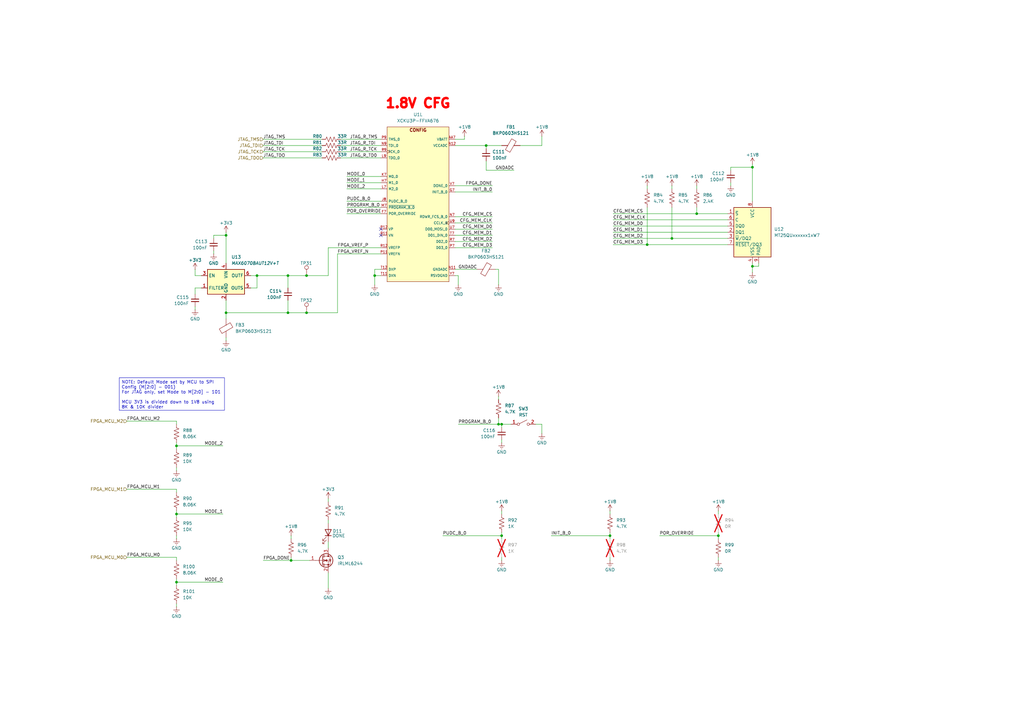
<source format=kicad_sch>
(kicad_sch (version 20231120) (generator "eeschema") (generator_version "8.0")
  (paper "A3")
  (title_block (title "FPGA Configuration") (date "2024-10-06") (rev "2.0") (company "Drexel University") (comment 1 "Designed by John Hofmeyr"))
  (lib_symbols
    (symbol "Connector:TestPoint" (pin_numbers hide) (pin_names (offset 0.762) hide)
      (property "Reference" "TP" (at 0 6.858 0))
      (property "Value" "TestPoint" (at 0 5.08 0))
      (symbol "TestPoint_1_1"
        (pin passive line (at 0 0 90) (length 2.54) (name "1") (number "1"))
      )
    )
    (symbol "Device:C_Small" (pin_numbers hide) (pin_names (offset 0.254) hide)
      (property "Reference" "C" (at 0.254 1.778 0))
      (property "Value" "C_Small" (at 0.254 -2.032 0))
      (symbol "C_Small_1_1"
        (pin passive line (at 0 2.54 270) (length 2.032) (name "~") (number "1"))
        (pin passive line (at 0 -2.54 90) (length 2.032) (name "~") (number "2"))
      )
    )
    (symbol "Device:FerriteBead" (pin_numbers hide) (pin_names (offset 0))
      (property "Reference" "FB" (at -3.81 0.635 90))
      (property "Value" "FerriteBead" (at 3.81 0 90))
      (symbol "FerriteBead_1_1"
        (pin passive line (at 0 3.81 270) (length 2.54) (name "~") (number "1"))
        (pin passive line (at 0 -3.81 90) (length 2.54) (name "~") (number "2"))
      )
    )
    (symbol "Device:LED" (pin_numbers hide) (pin_names (offset 1.016) hide)
      (property "Reference" "D" (at 0 2.54 0))
      (property "Value" "LED" (at 0 -2.54 0))
      (symbol "LED_1_1"
        (pin passive line (at -3.81 0 0) (length 2.54) (name "K") (number "1"))
        (pin passive line (at 3.81 0 180) (length 2.54) (name "A") (number "2"))
      )
    )
    (symbol "Device:R_US" (pin_numbers hide) (pin_names (offset 0))
      (property "Reference" "R" (at 2.54 0 90))
      (property "Value" "R_US" (at -2.54 0 90))
      (symbol "R_US_1_1"
        (pin passive line (at 0 3.81 270) (length 1.27) (name "~") (number "1"))
        (pin passive line (at 0 -3.81 90) (length 1.27) (name "~") (number "2"))
      )
    )
    (symbol "FPGA Module:XCKU3P-FFVA676"
      (property "Reference" "U" (at 12.7 3.81 0))
      (property "Value" "XCKU3P-FFVA676" (at 12.7 1.27 0))
      (symbol "XCKU3P-FFVA676_1_0"
        (pin bidirectional line (at -2.54 -58.42 0) (length 2.54) (name "IO_L15P_T2L_N4_AD11P_67") (number "A17"))
        (pin bidirectional line (at -2.54 -55.88 0) (length 2.54) (name "IO_L15N_T2L_N5_AD11N_67") (number "A18"))
        (pin bidirectional line (at -2.54 -50.8 0) (length 2.54) (name "IO_L16N_T2U_N7_QBC_AD3N_67") (number "A19"))
        (pin bidirectional line (at -2.54 -91.44 0) (length 2.54) (name "IO_L8N_T1L_N3_AD5N_67") (number "A20"))
        (pin bidirectional line (at -2.54 -99.06 0) (length 2.54) (name "IO_L7P_T1L_N0_QBC_AD13P_67") (number "A22"))
        (pin bidirectional line (at -2.54 -96.52 0) (length 2.54) (name "IO_L7N_T1L_N1_QBC_AD13N_67") (number "A23"))
        (pin bidirectional line (at -2.54 -134.62 0) (length 2.54) (name "IO_L1P_T0L_N0_DBC_67") (number "A24"))
        (pin bidirectional line (at -2.54 -132.08 0) (length 2.54) (name "IO_L1N_T0L_N1_DBC_67") (number "A25"))
        (pin bidirectional line (at -2.54 -45.72 0) (length 2.54) (name "IO_L17N_T2U_N9_AD10N_67") (number "B16"))
        (pin bidirectional line (at -2.54 -40.64 0) (length 2.54) (name "IO_L18N_T2U_N11_AD2N_67") (number "B17"))
        (pin bidirectional line (at -2.54 -53.34 0) (length 2.54) (name "IO_L16P_T2U_N6_QBC_AD3P_67") (number "B19"))
        (pin bidirectional line (at -2.54 -93.98 0) (length 2.54) (name "IO_L8P_T1L_N2_AD5P_67") (number "B20"))
        (pin bidirectional line (at -2.54 -88.9 0) (length 2.54) (name "IO_L9P_T1L_N4_AD12P_67") (number "B21"))
        (pin bidirectional line (at -2.54 -86.36 0) (length 2.54) (name "IO_L9N_T1L_N5_AD12N_67") (number "B22"))
        (pin bidirectional line (at -2.54 -124.46 0) (length 2.54) (name "IO_L3P_T0L_N4_AD15P_67") (number "B24"))
        (pin bidirectional line (at -2.54 -121.92 0) (length 2.54) (name "IO_L3N_T0L_N5_AD15N_67") (number "B25"))
        (pin bidirectional line (at -2.54 -106.68 0) (length 2.54) (name "IO_L6N_T0U_N11_AD6N_67") (number "B26"))
        (pin bidirectional line (at -2.54 -48.26 0) (length 2.54) (name "IO_L17P_T2U_N8_AD10P_67") (number "C16"))
        (pin bidirectional line (at -2.54 -43.18 0) (length 2.54) (name "IO_L18P_T2U_N10_AD2P_67") (number "C17"))
        (pin bidirectional line (at -2.54 -60.96 0) (length 2.54) (name "IO_L14N_T2L_N3_GC_67") (number "C18"))
        (pin bidirectional line (at -2.54 -66.04 0) (length 2.54) (name "IO_L13N_T2L_N1_GC_QBC_67") (number "C19"))
        (pin bidirectional line (at -2.54 -83.82 0) (length 2.54) (name "IO_L10P_T1U_N6_QBC_AD4P_67") (number "C21"))
        (pin bidirectional line (at -2.54 -81.28 0) (length 2.54) (name "IO_L10N_T1U_N7_QBC_AD4N_67") (number "C22"))
        (pin bidirectional line (at -2.54 -116.84 0) (length 2.54) (name "IO_L4N_T0U_N7_DBC_AD7N_67") (number "C23"))
        (pin bidirectional line (at -2.54 -111.76 0) (length 2.54) (name "IO_L5N_T0U_N9_AD14N_67") (number "C24"))
        (pin bidirectional line (at -2.54 -109.22 0) (length 2.54) (name "IO_L6P_T0U_N10_AD6P_67") (number "C26"))
        (pin bidirectional line (at -2.54 -38.1 0) (length 2.54) (name "IO_T2U_N12_67") (number "D16"))
        (pin bidirectional line (at -2.54 -63.5 0) (length 2.54) (name "IO_L14P_T2L_N2_GC_67") (number "D18"))
        (pin bidirectional line (at -2.54 -68.58 0) (length 2.54) (name "IO_L13P_T2L_N0_GC_QBC_67") (number "D19"))
        (pin bidirectional line (at -2.54 -73.66 0) (length 2.54) (name "IO_L12P_T1U_N10_GC_67") (number "D20"))
        (pin bidirectional line (at -2.54 -71.12 0) (length 2.54) (name "IO_L12N_T1U_N11_GC_67") (number "D21"))
        (pin bidirectional line (at -2.54 -119.38 0) (length 2.54) (name "IO_L4P_T0U_N6_DBC_AD7P_67") (number "D23"))
        (pin bidirectional line (at -2.54 -114.3 0) (length 2.54) (name "IO_L5P_T0U_N8_AD14P_67") (number "D24"))
        (pin bidirectional line (at -2.54 -129.54 0) (length 2.54) (name "IO_L2P_T0L_N2_67") (number "D25"))
        (pin bidirectional line (at -2.54 -127 0) (length 2.54) (name "IO_L2N_T0L_N3_67") (number "D26"))
        (pin bidirectional line (at -2.54 -35.56 0) (length 2.54) (name "IO_T3U_N12_67") (number "E16"))
        (pin bidirectional line (at -2.54 -12.7 0) (length 2.54) (name "IO_L23P_T3U_N8_67") (number "E17"))
        (pin bidirectional line (at -2.54 -10.16 0) (length 2.54) (name "IO_L23N_T3U_N9_67") (number "E18"))
        (pin bidirectional line (at -2.54 -78.74 0) (length 2.54) (name "IO_L11P_T1U_N8_GC_67") (number "E20"))
        (pin bidirectional line (at -2.54 -76.2 0) (length 2.54) (name "IO_L11N_T1U_N9_GC_67") (number "E21"))
        (pin bidirectional line (at -2.54 -101.6 0) (length 2.54) (name "IO_T1U_N12_67") (number "E22"))
        (pin bidirectional line (at -2.54 -104.14 0) (length 2.54) (name "IO_T0U_N12_VRP_67") (number "E23"))
        (pin bidirectional line (at -2.54 -25.4 0) (length 2.54) (name "IO_L20N_T3L_N3_AD1N_67") (number "F17"))
        (pin bidirectional line (at -2.54 -22.86 0) (length 2.54) (name "IO_L21P_T3L_N4_AD8P_67") (number "F18"))
        (pin bidirectional line (at -2.54 -20.32 0) (length 2.54) (name "IO_L21N_T3L_N5_AD8N_67") (number "F19"))
        (pin bidirectional line (at -2.54 -30.48 0) (length 2.54) (name "IO_L19N_T3L_N1_DBC_AD9N_67") (number "F20"))
        (pin bidirectional line (at -2.54 -15.24 0) (length 2.54) (name "IO_L22N_T3U_N7_DBC_AD0N_67") (number "G16"))
        (pin bidirectional line (at -2.54 -27.94 0) (length 2.54) (name "IO_L20P_T3L_N2_AD1P_67") (number "G17"))
        (pin bidirectional line (at -2.54 -33.02 0) (length 2.54) (name "IO_L19P_T3L_N0_DBC_AD9P_67") (number "G19"))
        (pin bidirectional line (at -2.54 -17.78 0) (length 2.54) (name "IO_L22P_T3U_N6_DBC_AD0P_67") (number "H16"))
        (pin bidirectional line (at -2.54 -7.62 0) (length 2.54) (name "IO_L24P_T3U_N10_67") (number "H17"))
        (pin bidirectional line (at -2.54 -5.08 0) (length 2.54) (name "IO_L24N_T3U_N11_67") (number "H18"))
      )
      (symbol "XCKU3P-FFVA676_1_1"
        (text "IO BANK 67" (at 13.97 -1.27 0) (effects (font (size 1.27 1.27) (bold yes))))
      )
      (symbol "XCKU3P-FFVA676_2_0"
        (pin bidirectional line (at -2.54 -40.64 0) (length 2.54) (name "IO_L18N_T2U_N11_AD2N_66") (number "A10"))
        (pin bidirectional line (at -2.54 -106.68 0) (length 2.54) (name "IO_L6N_T0U_N11_AD6N_66") (number "A12"))
        (pin bidirectional line (at -2.54 -109.22 0) (length 2.54) (name "IO_L6P_T0U_N10_AD6P_66") (number "A13"))
        (pin bidirectional line (at -2.54 -116.84 0) (length 2.54) (name "IO_L4N_T0U_N7_DBC_AD7N_66") (number "A14"))
        (pin bidirectional line (at -2.54 -127 0) (length 2.54) (name "IO_L2N_T0L_N3_66") (number "A15"))
        (pin bidirectional line (at -2.54 -43.18 0) (length 2.54) (name "IO_L18P_T2U_N10_AD2P_66") (number "B10"))
        (pin bidirectional line (at -2.54 -50.8 0) (length 2.54) (name "IO_L16N_T2U_N7_QBC_AD3N_66") (number "B11"))
        (pin bidirectional line (at -2.54 -111.76 0) (length 2.54) (name "IO_L5N_T0U_N9_AD14N_66") (number "B12"))
        (pin bidirectional line (at -2.54 -119.38 0) (length 2.54) (name "IO_L4P_T0U_N6_DBC_AD7P_66") (number "B14"))
        (pin bidirectional line (at -2.54 -129.54 0) (length 2.54) (name "IO_L2P_T0L_N2_66") (number "B15"))
        (pin bidirectional line (at -2.54 -53.34 0) (length 2.54) (name "IO_L16P_T2U_N6_QBC_AD3P_66") (number "C11"))
        (pin bidirectional line (at -2.54 -114.3 0) (length 2.54) (name "IO_L5P_T0U_N8_AD14P_66") (number "C12"))
        (pin bidirectional line (at -2.54 -121.92 0) (length 2.54) (name "IO_L3N_T0L_N5_AD15N_66") (number "C13"))
        (pin bidirectional line (at -2.54 -132.08 0) (length 2.54) (name "IO_L1N_T0L_N1_DBC_66") (number "C14"))
        (pin bidirectional line (at -2.54 -55.88 0) (length 2.54) (name "IO_L15N_T2L_N5_AD11N_66") (number "C8"))
        (pin bidirectional line (at -2.54 -58.42 0) (length 2.54) (name "IO_L15P_T2L_N4_AD11P_66") (number "C9"))
        (pin bidirectional line (at -2.54 -66.04 0) (length 2.54) (name "IO_L13N_T2L_N1_GC_QBC_66") (number "D10"))
        (pin bidirectional line (at -2.54 -60.96 0) (length 2.54) (name "IO_L14N_T2L_N3_GC_66") (number "D11"))
        (pin bidirectional line (at -2.54 -124.46 0) (length 2.54) (name "IO_L3P_T0L_N4_AD15P_66") (number "D13"))
        (pin bidirectional line (at -2.54 -134.62 0) (length 2.54) (name "IO_L1P_T0L_N0_DBC_66") (number "D14"))
        (pin bidirectional line (at -2.54 -104.14 0) (length 2.54) (name "IO_T0U_N12_VRP_66") (number "D15"))
        (pin bidirectional line (at -2.54 -45.72 0) (length 2.54) (name "IO_L17N_T2U_N9_AD10N_66") (number "D8"))
        (pin bidirectional line (at -2.54 -38.1 0) (length 2.54) (name "IO_T2U_N12_66") (number "D9"))
        (pin bidirectional line (at -2.54 -68.58 0) (length 2.54) (name "IO_L13P_T2L_N0_GC_QBC_66") (number "E10"))
        (pin bidirectional line (at -2.54 -63.5 0) (length 2.54) (name "IO_L14P_T2L_N2_GC_66") (number "E11"))
        (pin bidirectional line (at -2.54 -71.12 0) (length 2.54) (name "IO_L12N_T1U_N11_GC_66") (number "E12"))
        (pin bidirectional line (at -2.54 -73.66 0) (length 2.54) (name "IO_L12P_T1U_N10_GC_66") (number "E13"))
        (pin bidirectional line (at -2.54 -101.6 0) (length 2.54) (name "IO_T1U_N12_66") (number "E15"))
        (pin bidirectional line (at -2.54 -48.26 0) (length 2.54) (name "IO_L17P_T2U_N8_AD10P_66") (number "E8"))
        (pin bidirectional line (at -2.54 -15.24 0) (length 2.54) (name "IO_L22N_T3U_N7_DBC_AD0N_66") (number "F10"))
        (pin bidirectional line (at -2.54 -76.2 0) (length 2.54) (name "IO_L11N_T1U_N9_GC_66") (number "F12"))
        (pin bidirectional line (at -2.54 -81.28 0) (length 2.54) (name "IO_L10N_T1U_N7_QBC_AD4N_66") (number "F13"))
        (pin bidirectional line (at -2.54 -83.82 0) (length 2.54) (name "IO_L10P_T1U_N6_QBC_AD4P_66") (number "F14"))
        (pin bidirectional line (at -2.54 -91.44 0) (length 2.54) (name "IO_L8N_T1L_N3_AD5N_66") (number "F15"))
        (pin bidirectional line (at -2.54 -25.4 0) (length 2.54) (name "IO_L20N_T3L_N3_AD1N_66") (number "F8"))
        (pin bidirectional line (at -2.54 -27.94 0) (length 2.54) (name "IO_L20P_T3L_N2_AD1P_66") (number "F9"))
        (pin bidirectional line (at -2.54 -7.62 0) (length 2.54) (name "IO_L24P_T3U_N10_66") (number "G10"))
        (pin bidirectional line (at -2.54 -17.78 0) (length 2.54) (name "IO_L22P_T3U_N6_DBC_AD0P_66") (number "G11"))
        (pin bidirectional line (at -2.54 -78.74 0) (length 2.54) (name "IO_L11P_T1U_N8_GC_66") (number "G12"))
        (pin bidirectional line (at -2.54 -96.52 0) (length 2.54) (name "IO_L7N_T1L_N1_QBC_AD13N_66") (number "G14"))
        (pin bidirectional line (at -2.54 -93.98 0) (length 2.54) (name "IO_L8P_T1L_N2_AD5P_66") (number "G15"))
        (pin bidirectional line (at -2.54 -5.08 0) (length 2.54) (name "IO_L24N_T3U_N11_66") (number "G9"))
        (pin bidirectional line (at -2.54 -10.16 0) (length 2.54) (name "IO_L23N_T3U_N9_66") (number "H11"))
        (pin bidirectional line (at -2.54 -35.56 0) (length 2.54) (name "IO_T3U_N12_66") (number "H12"))
        (pin bidirectional line (at -2.54 -86.36 0) (length 2.54) (name "IO_L9N_T1L_N5_AD12N_66") (number "H13"))
        (pin bidirectional line (at -2.54 -99.06 0) (length 2.54) (name "IO_L7P_T1L_N0_QBC_AD13P_66") (number "H14"))
        (pin bidirectional line (at -2.54 -30.48 0) (length 2.54) (name "IO_L19N_T3L_N1_DBC_AD9N_66") (number "H8"))
        (pin bidirectional line (at -2.54 -33.02 0) (length 2.54) (name "IO_L19P_T3L_N0_DBC_AD9P_66") (number "H9"))
        (pin bidirectional line (at -2.54 -22.86 0) (length 2.54) (name "IO_L21P_T3L_N4_AD8P_66") (number "J10"))
        (pin bidirectional line (at -2.54 -12.7 0) (length 2.54) (name "IO_L23P_T3U_N8_66") (number "J11"))
        (pin bidirectional line (at -2.54 -88.9 0) (length 2.54) (name "IO_L9P_T1L_N4_AD12P_66") (number "J13"))
        (pin bidirectional line (at -2.54 -20.32 0) (length 2.54) (name "IO_L21N_T3L_N5_AD8N_66") (number "J9"))
      )
      (symbol "XCKU3P-FFVA676_2_1"
        (text "IO BANK 66\n" (at 13.97 -1.27 0) (effects (font (size 1.27 1.27) (bold yes))))
      )
      (symbol "XCKU3P-FFVA676_3_0"
        (pin bidirectional line (at -2.54 -109.22 0) (length 2.54) (name "IO_T1U_N12_SMBALERT_65") (number "AA17"))
        (pin bidirectional line (at -2.54 -38.1 0) (length 2.54) (name "IO_T2U_N12_CSI_ADV_B_65") (number "AA18"))
        (pin bidirectional line (at -2.54 -68.58 0) (length 2.54) (name "IO_L13P_T2L_N0_GC_QBC_A06_D22_65") (number "AA19"))
        (pin bidirectional line (at -2.54 -66.04 0) (length 2.54) (name "IO_L13N_T2L_N1_GC_QBC_A07_D23_65") (number "AA20"))
        (pin bidirectional line (at -2.54 -106.68 0) (length 2.54) (name "IO_T0U_N12_VRP_A28_65") (number "AB16"))
        (pin bidirectional line (at -2.54 -81.28 0) (length 2.54) (name "IO_L2P_T0L_N2_FOE_B_65") (number "AB17"))
        (pin bidirectional line (at -2.54 -63.5 0) (length 2.54) (name "IO_L14P_T2L_N2_GC_A04_D20_65") (number "AB19"))
        (pin bidirectional line (at -2.54 -60.96 0) (length 2.54) (name "IO_L14N_T2L_N3_GC_A05_D21_65") (number "AB20"))
        (pin bidirectional line (at -2.54 -48.26 0) (length 2.54) (name "IO_L17P_T2U_N8_AD10P_D14_65") (number "AB21"))
        (pin bidirectional line (at -2.54 -76.2 0) (length 2.54) (name "IO_L1P_T0L_N0_DBC_RS0_65") (number "AC16"))
        (pin bidirectional line (at -2.54 -83.82 0) (length 2.54) (name "IO_L2N_T0L_N3_FWE_FCS2_B_65") (number "AC17"))
        (pin bidirectional line (at -2.54 -96.52 0) (length 2.54) (name "IO_L5P_T0U_N8_AD14P_A22_65") (number "AC18"))
        (pin bidirectional line (at -2.54 -58.42 0) (length 2.54) (name "IO_L15P_T2L_N4_AD11P_A02_D18_65") (number "AC19"))
        (pin bidirectional line (at -2.54 -45.72 0) (length 2.54) (name "IO_L17N_T2U_N9_AD10N_D15_65") (number "AC21"))
        (pin bidirectional line (at -2.54 -35.56 0) (length 2.54) (name "IO_T3U_N12_PERSTN0_65") (number "AC22"))
        (pin bidirectional line (at -2.54 -78.74 0) (length 2.54) (name "IO_L1N_T0L_N1_DBC_RS1_65") (number "AD16"))
        (pin bidirectional line (at -2.54 -99.06 0) (length 2.54) (name "IO_L5N_T0U_N9_AD14N_A23_65") (number "AD18"))
        (pin bidirectional line (at -2.54 -55.88 0) (length 2.54) (name "IO_L15N_T2L_N5_AD11N_A03_D19_65") (number "AD19"))
        (pin bidirectional line (at -2.54 -43.18 0) (length 2.54) (name "IO_L18P_T2U_N10_AD2P_D12_65") (number "AD20"))
        (pin bidirectional line (at -2.54 -40.64 0) (length 2.54) (name "IO_L18N_T2U_N11_AD2N_D13_65") (number "AD21"))
        (pin bidirectional line (at -2.54 -12.7 0) (length 2.54) (name "IO_L23P_T3U_N8_I2C_SCLK_65") (number "AD23"))
        (pin bidirectional line (at -2.54 -7.62 0) (length 2.54) (name "IO_L24P_T3U_N10_EMCCLK_65") (number "AD24"))
        (pin bidirectional line (at -2.54 -5.08 0) (length 2.54) (name "IO_L24N_T3U_N11_DOUT_CSO_B_65") (number "AD25"))
        (pin bidirectional line (at -2.54 -17.78 0) (length 2.54) (name "IO_L22P_T3U_N6_DBC_AD0P_D04_65") (number "AD26"))
        (pin bidirectional line (at -2.54 -86.36 0) (length 2.54) (name "IO_L3P_T0L_N4_AD15P_A26_65") (number "AE17"))
        (pin bidirectional line (at -2.54 -88.9 0) (length 2.54) (name "IO_L3N_T0L_N5_AD15N_A27_65") (number "AE18"))
        (pin bidirectional line (at -2.54 -53.34 0) (length 2.54) (name "IO_L16P_T2U_N6_QBC_AD3P_A00_D16_65") (number "AE20"))
        (pin bidirectional line (at -2.54 -50.8 0) (length 2.54) (name "IO_L16N_T2U_N7_QBC_AD3N_A01_D17_65") (number "AE21"))
        (pin bidirectional line (at -2.54 -33.02 0) (length 2.54) (name "IO_L19P_T3L_N0_DBC_AD9P_D10_65") (number "AE22"))
        (pin bidirectional line (at -2.54 -10.16 0) (length 2.54) (name "IO_L23N_T3U_N9_PERSTN1_I2C_SDA_65") (number "AE23"))
        (pin bidirectional line (at -2.54 -27.94 0) (length 2.54) (name "IO_L20P_T3L_N2_AD1P_D08_65") (number "AE25"))
        (pin bidirectional line (at -2.54 -15.24 0) (length 2.54) (name "IO_L22N_T3U_N7_DBC_AD0N_D05_65") (number "AE26"))
        (pin bidirectional line (at -2.54 -101.6 0) (length 2.54) (name "IO_L6P_T0U_N10_AD6P_A20_65") (number "AF17"))
        (pin bidirectional line (at -2.54 -104.14 0) (length 2.54) (name "IO_L6N_T0U_N11_AD6N_A21_65") (number "AF18"))
        (pin bidirectional line (at -2.54 -91.44 0) (length 2.54) (name "IO_L4P_T0U_N6_DBC_AD7P_A24_65") (number "AF19"))
        (pin bidirectional line (at -2.54 -93.98 0) (length 2.54) (name "IO_L4N_T0U_N7_DBC_AD7N_A25_65") (number "AF20"))
        (pin bidirectional line (at -2.54 -30.48 0) (length 2.54) (name "IO_L19N_T3L_N1_DBC_AD9N_D11_65") (number "AF22"))
        (pin bidirectional line (at -2.54 -22.86 0) (length 2.54) (name "IO_L21P_T3L_N4_AD8P_D06_65") (number "AF23"))
        (pin bidirectional line (at -2.54 -20.32 0) (length 2.54) (name "IO_L21N_T3L_N5_AD8N_D07_65") (number "AF24"))
        (pin bidirectional line (at -2.54 -25.4 0) (length 2.54) (name "IO_L20N_T3L_N3_AD1N_D09_65") (number "AF25"))
        (pin bidirectional line (at -2.54 -127 0) (length 2.54) (name "IO_L10P_T1U_N6_QBC_AD4P_A12_D28_65") (number "V18"))
        (pin bidirectional line (at -2.54 -129.54 0) (length 2.54) (name "IO_L10N_T1U_N7_QBC_AD4N_A13_D29_65") (number "V19"))
        (pin bidirectional line (at -2.54 -111.76 0) (length 2.54) (name "IO_L7P_T1L_N0_QBC_AD13P_A18_65") (number "W16"))
        (pin bidirectional line (at -2.54 -121.92 0) (length 2.54) (name "IO_L9P_T1L_N4_AD12P_A14_D30_65") (number "W18"))
        (pin bidirectional line (at -2.54 -124.46 0) (length 2.54) (name "IO_L9N_T1L_N5_AD12N_A15_D31_65") (number "W19"))
        (pin bidirectional line (at -2.54 -73.66 0) (length 2.54) (name "IO_L12P_T1U_N10_GC_A08_D24_65") (number "W20"))
        (pin bidirectional line (at -2.54 -116.84 0) (length 2.54) (name "IO_L8P_T1L_N2_AD5P_A16_65") (number "W21"))
        (pin bidirectional line (at -2.54 -114.3 0) (length 2.54) (name "IO_L7N_T1L_N1_QBC_AD13N_A19_65") (number "Y16"))
        (pin bidirectional line (at -2.54 -132.08 0) (length 2.54) (name "IO_L11P_T1U_N8_GC_A10_D26_65") (number "Y17"))
        (pin bidirectional line (at -2.54 -134.62 0) (length 2.54) (name "IO_L11N_T1U_N9_GC_A11_D27_65") (number "Y18"))
        (pin bidirectional line (at -2.54 -71.12 0) (length 2.54) (name "IO_L12N_T1U_N11_GC_A09_D25_65") (number "Y20"))
        (pin bidirectional line (at -2.54 -119.38 0) (length 2.54) (name "IO_L8N_T1L_N3_AD5N_A17_65") (number "Y21"))
      )
      (symbol "XCKU3P-FFVA676_3_1"
        (text "IO BANK 65\n" (at 16.51 -1.27 0) (effects (font (size 1.27 1.27) (bold yes))))
      )
      (symbol "XCKU3P-FFVA676_4_0"
        (pin bidirectional line (at -2.54 -15.24 0) (length 2.54) (name "IO_L3P_T0L_N4_AD15P_64") (number "AA22"))
        (pin bidirectional line (at -2.54 -27.94 0) (length 2.54) (name "IO_L5N_T0U_N9_AD14N_64") (number "AA23"))
        (pin bidirectional line (at -2.54 -5.08 0) (length 2.54) (name "IO_L1P_T0L_N0_DBC_64") (number "AA24"))
        (pin bidirectional line (at -2.54 -20.32 0) (length 2.54) (name "IO_L4P_T0U_N6_DBC_AD7P_64") (number "AA25"))
        (pin bidirectional line (at -2.54 -17.78 0) (length 2.54) (name "IO_L3N_T0L_N5_AD15N_64") (number "AB22"))
        (pin bidirectional line (at -2.54 -7.62 0) (length 2.54) (name "IO_L1N_T0L_N1_DBC_64") (number "AB24"))
        (pin bidirectional line (at -2.54 -22.86 0) (length 2.54) (name "IO_L4N_T0U_N7_DBC_AD7N_64") (number "AB25"))
        (pin bidirectional line (at -2.54 -10.16 0) (length 2.54) (name "IO_L2P_T0L_N2_64") (number "AB26"))
        (pin bidirectional line (at -2.54 -30.48 0) (length 2.54) (name "IO_L6P_T0U_N10_AD6P_64") (number "AC23"))
        (pin bidirectional line (at -2.54 -33.02 0) (length 2.54) (name "IO_L6N_T0U_N11_AD6N_64") (number "AC24"))
        (pin bidirectional line (at -2.54 -12.7 0) (length 2.54) (name "IO_L2N_T0L_N3_64") (number "AC26"))
        (pin bidirectional line (at -2.54 -116.84 0) (length 2.54) (name "IO_L21P_T3L_N4_AD8P_64") (number "P18"))
        (pin bidirectional line (at -2.54 -119.38 0) (length 2.54) (name "IO_L21N_T3L_N5_AD8N_64") (number "P19"))
        (pin bidirectional line (at -2.54 -127 0) (length 2.54) (name "IO_L23P_T3U_N8_64") (number "P20"))
        (pin bidirectional line (at -2.54 -111.76 0) (length 2.54) (name "IO_L20P_T3L_N2_AD1P_64") (number "P21"))
        (pin bidirectional line (at -2.54 -91.44 0) (length 2.54) (name "IO_L17P_T2U_N8_AD10P_64") (number "P23"))
        (pin bidirectional line (at -2.54 -93.98 0) (length 2.54) (name "IO_L17N_T2U_N9_AD10N_64") (number "P24"))
        (pin bidirectional line (at -2.54 -96.52 0) (length 2.54) (name "IO_L18P_T2U_N10_AD2P_64") (number "P25"))
        (pin bidirectional line (at -2.54 -81.28 0) (length 2.54) (name "IO_L15P_T2L_N4_AD11P_64") (number "P26"))
        (pin bidirectional line (at -2.54 -106.68 0) (length 2.54) (name "IO_L19P_T3L_N0_DBC_AD9P_64") (number "R18"))
        (pin bidirectional line (at -2.54 -129.54 0) (length 2.54) (name "IO_L23N_T3U_N9_64") (number "R20"))
        (pin bidirectional line (at -2.54 -114.3 0) (length 2.54) (name "IO_L20N_T3L_N3_AD1N_64") (number "R21"))
        (pin bidirectional line (at -2.54 -86.36 0) (length 2.54) (name "IO_L16P_T2U_N6_QBC_AD3P_64") (number "R22"))
        (pin bidirectional line (at -2.54 -88.9 0) (length 2.54) (name "IO_L16N_T2U_N7_QBC_AD3N_64") (number "R23"))
        (pin bidirectional line (at -2.54 -99.06 0) (length 2.54) (name "IO_L18N_T2U_N11_AD2N_64") (number "R25"))
        (pin bidirectional line (at -2.54 -83.82 0) (length 2.54) (name "IO_L15N_T2L_N5_AD11N_64") (number "R26"))
        (pin bidirectional line (at -2.54 -109.22 0) (length 2.54) (name "IO_L19N_T3L_N1_DBC_AD9N_64") (number "T18"))
        (pin bidirectional line (at -2.54 -121.92 0) (length 2.54) (name "IO_L22P_T3U_N6_DBC_AD0P_64") (number "T19"))
        (pin bidirectional line (at -2.54 -124.46 0) (length 2.54) (name "IO_L22N_T3U_N7_DBC_AD0N_64") (number "T20"))
        (pin bidirectional line (at -2.54 -76.2 0) (length 2.54) (name "IO_L14P_T2L_N2_GC_64") (number "T22"))
        (pin bidirectional line (at -2.54 -71.12 0) (length 2.54) (name "IO_L13P_T2L_N0_GC_QBC_64") (number "T23"))
        (pin bidirectional line (at -2.54 -73.66 0) (length 2.54) (name "IO_L13N_T2L_N1_GC_QBC_64") (number "T24"))
        (pin bidirectional line (at -2.54 -101.6 0) (length 2.54) (name "IO_T2U_N12_64") (number "T25"))
        (pin bidirectional line (at -2.54 -132.08 0) (length 2.54) (name "IO_L24P_T3U_N10_64") (number "U20"))
        (pin bidirectional line (at -2.54 -134.62 0) (length 2.54) (name "IO_L24N_T3U_N11_64") (number "U21"))
        (pin bidirectional line (at -2.54 -78.74 0) (length 2.54) (name "IO_L14N_T2L_N3_GC_64") (number "U22"))
        (pin bidirectional line (at -2.54 -60.96 0) (length 2.54) (name "IO_L11P_T1U_N8_GC_64") (number "U24"))
        (pin bidirectional line (at -2.54 -38.1 0) (length 2.54) (name "IO_T1U_N12_64") (number "U25"))
        (pin bidirectional line (at -2.54 -55.88 0) (length 2.54) (name "IO_L10P_T1U_N6_QBC_AD4P_64") (number "U26"))
        (pin bidirectional line (at -2.54 -104.14 0) (length 2.54) (name "IO_T3U_N12_64") (number "V21"))
        (pin bidirectional line (at -2.54 -66.04 0) (length 2.54) (name "IO_L12P_T1U_N10_GC_64") (number "V22"))
        (pin bidirectional line (at -2.54 -68.58 0) (length 2.54) (name "IO_L12N_T1U_N11_GC_64") (number "V23"))
        (pin bidirectional line (at -2.54 -63.5 0) (length 2.54) (name "IO_L11N_T1U_N9_GC_64") (number "V24"))
        (pin bidirectional line (at -2.54 -58.42 0) (length 2.54) (name "IO_L10N_T1U_N7_QBC_AD4N_64") (number "V26"))
        (pin bidirectional line (at -2.54 -40.64 0) (length 2.54) (name "IO_L7P_T1L_N0_QBC_AD13P_64") (number "W23"))
        (pin bidirectional line (at -2.54 -43.18 0) (length 2.54) (name "IO_L7N_T1L_N1_QBC_AD13N_64") (number "W24"))
        (pin bidirectional line (at -2.54 -45.72 0) (length 2.54) (name "IO_L8P_T1L_N2_AD5P_64") (number "W25"))
        (pin bidirectional line (at -2.54 -48.26 0) (length 2.54) (name "IO_L8N_T1L_N3_AD5N_64") (number "W26"))
        (pin bidirectional line (at -2.54 -35.56 0) (length 2.54) (name "IO_T0U_N12_VRP_64") (number "Y22"))
        (pin bidirectional line (at -2.54 -25.4 0) (length 2.54) (name "IO_L5P_T0U_N8_AD14P_64") (number "Y23"))
        (pin bidirectional line (at -2.54 -50.8 0) (length 2.54) (name "IO_L9P_T1L_N4_AD12P_64") (number "Y25"))
        (pin bidirectional line (at -2.54 -53.34 0) (length 2.54) (name "IO_L9N_T1L_N5_AD12N_64") (number "Y26"))
      )
      (symbol "XCKU3P-FFVA676_4_1"
        (text "IO BANK 64\n" (at 13.97 -1.27 0) (effects (font (size 1.27 1.27) (bold yes))))
      )
      (symbol "XCKU3P-FFVA676_5_0"
        (pin bidirectional line (at -2.54 -35.56 0) (length 2.54) (name "IO_L7P_HDGC_85") (number "AA10"))
        (pin bidirectional line (at -2.54 -48.26 0) (length 2.54) (name "IO_L9N_AD11N_85") (number "AA8"))
        (pin bidirectional line (at -2.54 -38.1 0) (length 2.54) (name "IO_L7N_HDGC_85") (number "AA9"))
        (pin bidirectional line (at -2.54 -30.48 0) (length 2.54) (name "IO_L6P_HDGC_85") (number "AB10"))
        (pin bidirectional line (at -2.54 -33.02 0) (length 2.54) (name "IO_L6N_HDGC_85") (number "AB9"))
        (pin bidirectional line (at -2.54 -7.62 0) (length 2.54) (name "IO_L1N_AD15N_85") (number "AC11"))
        (pin bidirectional line (at -2.54 -5.08 0) (length 2.54) (name "IO_L1P_AD15P_85") (number "AC12"))
        (pin bidirectional line (at -2.54 -25.4 0) (length 2.54) (name "IO_L5P_HDGC_85") (number "AC8"))
        (pin bidirectional line (at -2.54 -15.24 0) (length 2.54) (name "IO_L3P_AD13P_85") (number "AC9"))
        (pin bidirectional line (at -2.54 -10.16 0) (length 2.54) (name "IO_L2P_AD14P_85") (number "AD11"))
        (pin bidirectional line (at -2.54 -27.94 0) (length 2.54) (name "IO_L5N_HDGC_85") (number "AD8"))
        (pin bidirectional line (at -2.54 -17.78 0) (length 2.54) (name "IO_L3N_AD13N_85") (number "AD9"))
        (pin bidirectional line (at -2.54 -20.32 0) (length 2.54) (name "IO_L4P_AD12P_85") (number "AE10"))
        (pin bidirectional line (at -2.54 -12.7 0) (length 2.54) (name "IO_L2N_AD14N_85") (number "AE11"))
        (pin bidirectional line (at -2.54 -22.86 0) (length 2.54) (name "IO_L4N_AD12N_85") (number "AF10"))
        (pin bidirectional line (at -2.54 -53.34 0) (length 2.54) (name "IO_L10N_AD10N_85") (number "V11"))
        (pin bidirectional line (at -2.54 -50.8 0) (length 2.54) (name "IO_L10P_AD10P_85") (number "V12"))
        (pin bidirectional line (at -2.54 -63.5 0) (length 2.54) (name "IO_L12N_AD8N_85") (number "W10"))
        (pin bidirectional line (at -2.54 -60.96 0) (length 2.54) (name "IO_L12P_AD8P_85") (number "W11"))
        (pin bidirectional line (at -2.54 -58.42 0) (length 2.54) (name "IO_L11N_AD9N_85") (number "W8"))
        (pin bidirectional line (at -2.54 -55.88 0) (length 2.54) (name "IO_L11P_AD9P_85") (number "W9"))
        (pin bidirectional line (at -2.54 -43.18 0) (length 2.54) (name "IO_L8N_HDGC_85") (number "Y10"))
        (pin bidirectional line (at -2.54 -40.64 0) (length 2.54) (name "IO_L8P_HDGC_85") (number "Y11"))
        (pin bidirectional line (at -2.54 -45.72 0) (length 2.54) (name "IO_L9P_AD11P_85") (number "Y8"))
      )
      (symbol "XCKU3P-FFVA676_5_1"
        (text "IO BANK 85" (at 12.7 -1.27 0) (effects (font (size 1.27 1.27) (bold yes))))
      )
      (symbol "XCKU3P-FFVA676_6_0"
        (pin bidirectional line (at -2.54 -58.42 0) (length 2.54) (name "IO_L11N_AD1N_84") (number "AA12"))
        (pin bidirectional line (at -2.54 -55.88 0) (length 2.54) (name "IO_L11P_AD1P_84") (number "AA13"))
        (pin bidirectional line (at -2.54 -45.72 0) (length 2.54) (name "IO_L9P_AD3P_84") (number "AA14"))
        (pin bidirectional line (at -2.54 -35.56 0) (length 2.54) (name "IO_L7P_HDGC_AD5P_84") (number "AA15"))
        (pin bidirectional line (at -2.54 -63.5 0) (length 2.54) (name "IO_L12N_AD0N_84") (number "AB11"))
        (pin bidirectional line (at -2.54 -60.96 0) (length 2.54) (name "IO_L12P_AD0P_84") (number "AB12"))
        (pin bidirectional line (at -2.54 -48.26 0) (length 2.54) (name "IO_L9N_AD3N_84") (number "AB14"))
        (pin bidirectional line (at -2.54 -38.1 0) (length 2.54) (name "IO_L7N_HDGC_AD5N_84") (number "AB15"))
        (pin bidirectional line (at -2.54 -27.94 0) (length 2.54) (name "IO_L5N_HDGC_AD7N_84") (number "AC13"))
        (pin bidirectional line (at -2.54 -25.4 0) (length 2.54) (name "IO_L5P_HDGC_AD7P_84") (number "AC14"))
        (pin bidirectional line (at -2.54 -33.02 0) (length 2.54) (name "IO_L6N_HDGC_AD6N_84") (number "AD13"))
        (pin bidirectional line (at -2.54 -30.48 0) (length 2.54) (name "IO_L6P_HDGC_AD6P_84") (number "AD14"))
        (pin bidirectional line (at -2.54 -15.24 0) (length 2.54) (name "IO_L3P_AD9P_84") (number "AD15"))
        (pin bidirectional line (at -2.54 -20.32 0) (length 2.54) (name "IO_L4P_AD8P_84") (number "AE12"))
        (pin bidirectional line (at -2.54 -17.78 0) (length 2.54) (name "IO_L3N_AD9N_84") (number "AE15"))
        (pin bidirectional line (at -2.54 -5.08 0) (length 2.54) (name "IO_L1P_AD11P_84") (number "AE16"))
        (pin bidirectional line (at -2.54 -22.86 0) (length 2.54) (name "IO_L4N_AD8N_84") (number "AF12"))
        (pin bidirectional line (at -2.54 -12.7 0) (length 2.54) (name "IO_L2N_AD10N_84") (number "AF13"))
        (pin bidirectional line (at -2.54 -10.16 0) (length 2.54) (name "IO_L2P_AD10P_84") (number "AF14"))
        (pin bidirectional line (at -2.54 -7.62 0) (length 2.54) (name "IO_L1N_AD11N_84") (number "AF15"))
        (pin bidirectional line (at -2.54 -53.34 0) (length 2.54) (name "IO_L10N_AD2N_84") (number "W13"))
        (pin bidirectional line (at -2.54 -50.8 0) (length 2.54) (name "IO_L10P_AD2P_84") (number "W14"))
        (pin bidirectional line (at -2.54 -40.64 0) (length 2.54) (name "IO_L8P_HDGC_AD4P_84") (number "W15"))
        (pin bidirectional line (at -2.54 -43.18 0) (length 2.54) (name "IO_L8N_HDGC_AD4N_84") (number "Y15"))
      )
      (symbol "XCKU3P-FFVA676_6_1"
        (text "IO BANK 84" (at 12.7 -1.27 0) (effects (font (size 1.27 1.27) (bold yes))))
      )
      (symbol "XCKU3P-FFVA676_7_0"
        (pin input line (at -2.54 -121.92 0) (length 2.54) (name "MGTYRXN3_227") (number "A3"))
        (pin input line (at -2.54 -111.76 0) (length 2.54) (name "MGTYRXP3_227") (number "A4"))
        (pin output line (at 55.88 -114.3 180) (length 2.54) (name "MGTYTXN3_227") (number "A7"))
        (pin output line (at 55.88 -124.46 180) (length 2.54) (name "MGTYTXP3_227") (number "A8"))
        (pin output line (at 55.88 -38.1 180) (length 2.54) (name "MGTYTXN0_225") (number "AA3"))
        (pin output line (at 55.88 -48.26 180) (length 2.54) (name "MGTYTXP0_225") (number "AA4"))
        (pin input line (at -2.54 -12.7 0) (length 2.54) (name "MGTYRXN3_224") (number "AB1"))
        (pin input line (at -2.54 -22.86 0) (length 2.54) (name "MGTYRXP3_224") (number "AB2"))
        (pin output line (at 55.88 -12.7 180) (length 2.54) (name "MGTYTXN3_224") (number "AB5"))
        (pin output line (at 55.88 -22.86 180) (length 2.54) (name "MGTYTXP3_224") (number "AB6"))
        (pin output line (at 55.88 -10.16 180) (length 2.54) (name "MGTYTXN2_224") (number "AC3"))
        (pin output line (at 55.88 -20.32 180) (length 2.54) (name "MGTYTXP2_224") (number "AC4"))
        (pin input line (at -2.54 -10.16 0) (length 2.54) (name "MGTYRXN2_224") (number "AD1"))
        (pin input line (at -2.54 -20.32 0) (length 2.54) (name "MGTYRXP2_224") (number "AD2"))
        (pin output line (at 55.88 -7.62 180) (length 2.54) (name "MGTYTXN1_224") (number "AD5"))
        (pin output line (at 55.88 -17.78 180) (length 2.54) (name "MGTYTXP1_224") (number "AD6"))
        (pin input line (at -2.54 -7.62 0) (length 2.54) (name "MGTYRXN1_224") (number "AE3"))
        (pin input line (at -2.54 -17.78 0) (length 2.54) (name "MGTYRXP1_224") (number "AE4"))
        (pin input line (at -2.54 -5.08 0) (length 2.54) (name "MGTYRXN0_224") (number "AF1"))
        (pin input line (at -2.54 -15.24 0) (length 2.54) (name "MGTYRXP0_224") (number "AF2"))
        (pin output line (at 55.88 -5.08 180) (length 2.54) (name "MGTYTXN0_224") (number "AF5"))
        (pin output line (at 55.88 -15.24 180) (length 2.54) (name "MGTYTXP0_224") (number "AF6"))
        (pin input line (at -2.54 -134.62 0) (length 2.54) (name "MGTRREF_R") (number "AF7"))
        (pin bidirectional line (at 55.88 -139.7 180) (length 2.54) (name "MGTAVTTRCAL_R") (number "AF8"))
        (pin input line (at -2.54 -119.38 0) (length 2.54) (name "MGTYRXN2_227") (number "B1"))
        (pin input line (at -2.54 -109.22 0) (length 2.54) (name "MGTYRXP2_227") (number "B2"))
        (pin output line (at 55.88 -111.76 180) (length 2.54) (name "MGTYTXN2_227") (number "B5"))
        (pin output line (at 55.88 -121.92 180) (length 2.54) (name "MGTYTXP2_227") (number "B6"))
        (pin input line (at -2.54 -116.84 0) (length 2.54) (name "MGTYRXN1_227") (number "C3"))
        (pin input line (at -2.54 -106.68 0) (length 2.54) (name "MGTYRXP1_227") (number "C4"))
        (pin input line (at -2.54 -114.3 0) (length 2.54) (name "MGTYRXN0_227") (number "D1"))
        (pin input line (at -2.54 -104.14 0) (length 2.54) (name "MGTYRXP0_227") (number "D2"))
        (pin output line (at 55.88 -109.22 180) (length 2.54) (name "MGTYTXN1_227") (number "D5"))
        (pin output line (at 55.88 -119.38 180) (length 2.54) (name "MGTYTXP1_227") (number "D6"))
        (pin output line (at 55.88 -106.68 180) (length 2.54) (name "MGTYTXN0_227") (number "E3"))
        (pin output line (at 55.88 -116.84 180) (length 2.54) (name "MGTYTXP0_227") (number "E4"))
        (pin input line (at -2.54 -88.9 0) (length 2.54) (name "MGTYRXN3_226") (number "F1"))
        (pin input line (at -2.54 -78.74 0) (length 2.54) (name "MGTYRXP3_226") (number "F2"))
        (pin input line (at -2.54 -127 0) (length 2.54) (name "MGTREFCLK1N_227") (number "F5"))
        (pin input line (at -2.54 -124.46 0) (length 2.54) (name "MGTREFCLK1P_227") (number "F6"))
        (pin output line (at 55.88 -76.2 180) (length 2.54) (name "MGTYTXN3_226") (number "G3"))
        (pin output line (at 55.88 -86.36 180) (length 2.54) (name "MGTYTXP3_226") (number "G4"))
        (pin input line (at -2.54 -86.36 0) (length 2.54) (name "MGTYRXN2_226") (number "H1"))
        (pin input line (at -2.54 -76.2 0) (length 2.54) (name "MGTYRXP2_226") (number "H2"))
        (pin input line (at -2.54 -132.08 0) (length 2.54) (name "MGTREFCLK0N_227") (number "H5"))
        (pin input line (at -2.54 -129.54 0) (length 2.54) (name "MGTREFCLK0P_227") (number "H6"))
        (pin output line (at 55.88 -73.66 180) (length 2.54) (name "MGTYTXN2_226") (number "J3"))
        (pin output line (at 55.88 -83.82 180) (length 2.54) (name "MGTYTXP2_226") (number "J4"))
        (pin input line (at -2.54 -83.82 0) (length 2.54) (name "MGTYRXN1_226") (number "K1"))
        (pin input line (at -2.54 -73.66 0) (length 2.54) (name "MGTYRXP1_226") (number "K2"))
        (pin input line (at -2.54 -93.98 0) (length 2.54) (name "MGTREFCLK1N_226") (number "K5"))
        (pin input line (at -2.54 -91.44 0) (length 2.54) (name "MGTREFCLK1P_226") (number "K6"))
        (pin output line (at 55.88 -71.12 180) (length 2.54) (name "MGTYTXN1_226") (number "L3"))
        (pin output line (at 55.88 -81.28 180) (length 2.54) (name "MGTYTXP1_226") (number "L4"))
        (pin input line (at -2.54 -81.28 0) (length 2.54) (name "MGTYRXN0_226") (number "M1"))
        (pin input line (at -2.54 -71.12 0) (length 2.54) (name "MGTYRXP0_226") (number "M2"))
        (pin input line (at -2.54 -99.06 0) (length 2.54) (name "MGTREFCLK0N_226") (number "M5"))
        (pin input line (at -2.54 -96.52 0) (length 2.54) (name "MGTREFCLK0P_226") (number "M6"))
        (pin output line (at 55.88 -68.58 180) (length 2.54) (name "MGTYTXN0_226") (number "N3"))
        (pin output line (at 55.88 -78.74 180) (length 2.54) (name "MGTYTXP0_226") (number "N4"))
        (pin input line (at -2.54 -45.72 0) (length 2.54) (name "MGTYRXN3_225") (number "P1"))
        (pin input line (at -2.54 -55.88 0) (length 2.54) (name "MGTYRXP3_225") (number "P2"))
        (pin input line (at -2.54 -63.5 0) (length 2.54) (name "MGTREFCLK1N_225") (number "P5"))
        (pin input line (at -2.54 -66.04 0) (length 2.54) (name "MGTREFCLK1P_225") (number "P6"))
        (pin output line (at 55.88 -45.72 180) (length 2.54) (name "MGTYTXN3_225") (number "R3"))
        (pin output line (at 55.88 -55.88 180) (length 2.54) (name "MGTYTXP3_225") (number "R4"))
        (pin input line (at -2.54 -43.18 0) (length 2.54) (name "MGTYRXN2_225") (number "T1"))
        (pin input line (at -2.54 -53.34 0) (length 2.54) (name "MGTYRXP2_225") (number "T2"))
        (pin input line (at -2.54 -58.42 0) (length 2.54) (name "MGTREFCLK0N_225") (number "T5"))
        (pin input line (at -2.54 -60.96 0) (length 2.54) (name "MGTREFCLK0P_225") (number "T6"))
        (pin output line (at 55.88 -43.18 180) (length 2.54) (name "MGTYTXN2_225") (number "U3"))
        (pin output line (at 55.88 -53.34 180) (length 2.54) (name "MGTYTXP2_225") (number "U4"))
        (pin input line (at -2.54 -40.64 0) (length 2.54) (name "MGTYRXN1_225") (number "V1"))
        (pin input line (at -2.54 -50.8 0) (length 2.54) (name "MGTYRXP1_225") (number "V2"))
        (pin input line (at -2.54 -30.48 0) (length 2.54) (name "MGTREFCLK1N_224") (number "V5"))
        (pin input line (at -2.54 -33.02 0) (length 2.54) (name "MGTREFCLK1P_224") (number "V6"))
        (pin output line (at 55.88 -40.64 180) (length 2.54) (name "MGTYTXN1_225") (number "W3"))
        (pin output line (at 55.88 -50.8 180) (length 2.54) (name "MGTYTXP1_225") (number "W4"))
        (pin input line (at -2.54 -38.1 0) (length 2.54) (name "MGTYRXN0_225") (number "Y1"))
        (pin input line (at -2.54 -48.26 0) (length 2.54) (name "MGTYRXP0_225") (number "Y2"))
        (pin input line (at -2.54 -25.4 0) (length 2.54) (name "MGTREFCLK0N_224") (number "Y5"))
        (pin input line (at -2.54 -27.94 0) (length 2.54) (name "MGTREFCLK0P_224") (number "Y6"))
      )
      (symbol "XCKU3P-FFVA676_7_1"
        (text "GTY 16Gb XCVR" (at 27.94 -1.27 0) (effects (font (size 1.27 1.27) (bold yes))))
      )
      (symbol "XCKU3P-FFVA676_8_0"
        (pin power_in line (at 26.67 -5.08 180) (length 2.54) (name "MGTAVCC_R") (number "AA6"))
        (pin power_in line (at -2.54 -5.08 0) (length 2.54) (name "MGTAVTT_R") (number "AC2"))
        (pin power_in line (at 26.67 -7.62 180) (length 2.54) (name "MGTAVCC_R") (number "AC6"))
        (pin power_in line (at -2.54 -7.62 0) (length 2.54) (name "MGTAVTT_R") (number "AD3"))
        (pin power_in line (at 26.67 -10.16 180) (length 2.54) (name "MGTAVCC_R") (number "AE6"))
        (pin power_in line (at -2.54 -10.16 0) (length 2.54) (name "MGTAVTT_R") (number "C2"))
        (pin power_in line (at 26.67 -12.7 180) (length 2.54) (name "MGTAVCC_R") (number "C6"))
        (pin power_in line (at -2.54 -12.7 0) (length 2.54) (name "MGTAVTT_R") (number "D3"))
        (pin power_in line (at 26.67 -15.24 180) (length 2.54) (name "MGTAVCC_R") (number "E6"))
        (pin power_in line (at -2.54 -15.24 0) (length 2.54) (name "MGTAVTT_R") (number "G2"))
        (pin power_in line (at 26.67 -17.78 180) (length 2.54) (name "MGTAVCC_R") (number "G6"))
        (pin power_in line (at -2.54 -17.78 0) (length 2.54) (name "MGTAVTT_R") (number "H3"))
        (pin power_in line (at 26.67 -35.56 180) (length 2.54) (name "MGTVCCAUX_R") (number "J6"))
        (pin power_in line (at -2.54 -20.32 0) (length 2.54) (name "MGTAVTT_R") (number "L2"))
        (pin power_in line (at 26.67 -20.32 180) (length 2.54) (name "MGTAVCC_R") (number "L6"))
        (pin power_in line (at -2.54 -22.86 0) (length 2.54) (name "MGTAVTT_R") (number "M3"))
        (pin power_in line (at 26.67 -22.86 180) (length 2.54) (name "MGTAVCC_R") (number "N6"))
        (pin power_in line (at -2.54 -25.4 0) (length 2.54) (name "MGTAVTT_R") (number "R2"))
        (pin power_in line (at 26.67 -25.4 180) (length 2.54) (name "MGTAVCC_R") (number "R6"))
        (pin power_in line (at -2.54 -27.94 0) (length 2.54) (name "MGTAVTT_R") (number "T3"))
        (pin power_in line (at 26.67 -27.94 180) (length 2.54) (name "MGTAVCC_R") (number "U6"))
        (pin power_in line (at -2.54 -30.48 0) (length 2.54) (name "MGTAVTT_R") (number "W2"))
        (pin power_in line (at 26.67 -33.02 180) (length 2.54) (name "MGTVCCAUX_R") (number "W6"))
        (pin power_in line (at -2.54 -33.02 0) (length 2.54) (name "MGTAVTT_R") (number "Y3"))
      )
      (symbol "XCKU3P-FFVA676_8_1"
        (text "MGT POWER" (at 11.43 -1.27 0) (effects (font (size 1.27 1.27) (bold yes))))
      )
      (symbol "XCKU3P-FFVA676_9_0"
        (pin power_in line (at 27.94 -5.08 180) (length 2.54) (name "VCCO_67") (number "A16"))
        (pin power_in line (at 27.94 -7.62 180) (length 2.54) (name "VCCO_67") (number "A26"))
        (pin power_in line (at 27.94 -93.98 180) (length 2.54) (name "VCCO_65") (number "AA16"))
        (pin power_in line (at 27.94 -55.88 180) (length 2.54) (name "VCCO_64") (number "AA26"))
        (pin power_in line (at -2.54 -36.83 0) (length 2.54) (name "VCCO_84") (number "AB13"))
        (pin power_in line (at 27.94 -58.42 180) (length 2.54) (name "VCCO_64") (number "AB23"))
        (pin power_in line (at -2.54 -20.32 0) (length 2.54) (name "VCCO_85") (number "AC10"))
        (pin power_in line (at 27.94 -91.44 180) (length 2.54) (name "VCCO_65") (number "AC20"))
        (pin power_in line (at 27.94 -88.9 180) (length 2.54) (name "VCCO_65") (number "AD17"))
        (pin power_in line (at -2.54 -39.37 0) (length 2.54) (name "VCCO_84") (number "AE14"))
        (pin power_in line (at 27.94 -86.36 180) (length 2.54) (name "VCCO_65") (number "AE24"))
        (pin power_in line (at -2.54 -22.86 0) (length 2.54) (name "VCCO_85") (number "AF11"))
        (pin power_in line (at 27.94 -83.82 180) (length 2.54) (name "VCCO_65") (number "AF21"))
        (pin power_in line (at 27.94 -45.72 180) (length 2.54) (name "VCCO_66") (number "B13"))
        (pin power_in line (at 27.94 -10.16 180) (length 2.54) (name "VCCO_67") (number "B23"))
        (pin power_in line (at 27.94 -43.18 180) (length 2.54) (name "VCCO_66") (number "C10"))
        (pin power_in line (at 27.94 -12.7 180) (length 2.54) (name "VCCO_67") (number "C20"))
        (pin power_in line (at 27.94 -15.24 180) (length 2.54) (name "VCCO_67") (number "D17"))
        (pin power_in line (at 27.94 -40.64 180) (length 2.54) (name "VCCO_66") (number "E14"))
        (pin power_in line (at 27.94 -38.1 180) (length 2.54) (name "VCCO_66") (number "F11"))
        (pin power_in line (at 27.94 -17.78 180) (length 2.54) (name "VCCO_67") (number "F21"))
        (pin power_in line (at 27.94 -20.32 180) (length 2.54) (name "VCCO_67") (number "G18"))
        (pin power_in line (at 27.94 -35.56 180) (length 2.54) (name "VCCO_66") (number "G8"))
        (pin power_in line (at 27.94 -33.02 180) (length 2.54) (name "VCCO_66") (number "H15"))
        (pin power_in line (at 27.94 -30.48 180) (length 2.54) (name "VCCO_66") (number "J12"))
        (pin power_in line (at -2.54 -68.58 0) (length 2.54) (name "VREF_66") (number "J14"))
        (pin power_in line (at -2.54 -55.88 0) (length 2.54) (name "VREF_67") (number "J18"))
        (pin power_in line (at 27.94 -60.96 180) (length 2.54) (name "VCCO_64") (number "R24"))
        (pin power_in line (at 27.94 -63.5 180) (length 2.54) (name "VCCO_64") (number "T21"))
        (pin power_in line (at -2.54 -5.08 0) (length 2.54) (name "VCCO_0") (number "T9"))
        (pin power_in line (at 27.94 -66.04 180) (length 2.54) (name "VCCO_64") (number "U18"))
        (pin power_in line (at -2.54 -93.98 0) (length 2.54) (name "VREF_64") (number "U19"))
        (pin power_in line (at -2.54 -81.28 0) (length 2.54) (name "VREF_65") (number "V17"))
        (pin power_in line (at 27.94 -68.58 180) (length 2.54) (name "VCCO_64") (number "V25"))
        (pin power_in line (at -2.54 -7.62 0) (length 2.54) (name "VCCO_0") (number "V9"))
        (pin power_in line (at -2.54 -41.91 0) (length 2.54) (name "VCCO_84") (number "W12"))
        (pin power_in line (at 27.94 -71.12 180) (length 2.54) (name "VCCO_64") (number "W22"))
        (pin power_in line (at 27.94 -81.28 180) (length 2.54) (name "VCCO_65") (number "Y19"))
        (pin power_in line (at -2.54 -25.4 0) (length 2.54) (name "VCCO_85") (number "Y9"))
      )
      (symbol "XCKU3P-FFVA676_9_1"
        (text "IO BANK POWER" (at 12.7 -1.27 0) (effects (font (size 1.27 1.27) (bold yes))))
      )
      (symbol "XCKU3P-FFVA676_10_0"
        (pin power_in line (at -2.54 -6.35 0) (length 2.54) (name "VCCAUX_IO") (number "J16"))
        (pin power_in line (at 26.67 -6.35 180) (length 2.54) (name "VCCINT") (number "K11"))
        (pin power_in line (at 26.67 -8.89 180) (length 2.54) (name "VCCINT") (number "K13"))
        (pin power_in line (at -2.54 -63.5 0) (length 2.54) (name "VCCBRAM") (number "K15"))
        (pin power_in line (at -2.54 -8.89 0) (length 2.54) (name "VCCAUX_IO") (number "K17"))
        (pin power_in line (at 26.67 -11.43 180) (length 2.54) (name "VCCINT") (number "K9"))
        (pin power_in line (at 26.67 -13.97 180) (length 2.54) (name "VCCINT") (number "L10"))
        (pin power_in line (at 26.67 -16.51 180) (length 2.54) (name "VCCINT") (number "L12"))
        (pin power_in line (at 26.67 -19.05 180) (length 2.54) (name "VCCINT") (number "L14"))
        (pin power_in line (at -2.54 -11.43 0) (length 2.54) (name "VCCAUX_IO") (number "L16"))
        (pin power_in line (at 26.67 -21.59 180) (length 2.54) (name "VCCINT") (number "L8"))
        (pin power_in line (at 26.67 -24.13 180) (length 2.54) (name "VCCINT") (number "M11"))
        (pin power_in line (at 26.67 -26.67 180) (length 2.54) (name "VCCINT") (number "M13"))
        (pin power_in line (at -2.54 -60.96 0) (length 2.54) (name "VCCBRAM") (number "M15"))
        (pin power_in line (at -2.54 -13.97 0) (length 2.54) (name "VCCAUX_IO") (number "M17"))
        (pin power_in line (at 26.67 -29.21 180) (length 2.54) (name "VCCINT") (number "M9"))
        (pin power_in line (at 26.67 -31.75 180) (length 2.54) (name "VCCINT") (number "N10"))
        (pin power_in line (at 26.67 -34.29 180) (length 2.54) (name "VCCINT") (number "N14"))
        (pin power_in line (at -2.54 -16.51 0) (length 2.54) (name "VCCAUX_IO") (number "N16"))
        (pin power_in line (at -2.54 -38.1 0) (length 2.54) (name "VCCAUX") (number "N8"))
        (pin power_in line (at 26.67 -36.83 180) (length 2.54) (name "VCCINT") (number "P13"))
        (pin power_in line (at 26.67 -39.37 180) (length 2.54) (name "VCCINT") (number "P15"))
        (pin power_in line (at -2.54 -19.05 0) (length 2.54) (name "VCCAUX_IO") (number "P17"))
        (pin power_in line (at 26.67 -41.91 180) (length 2.54) (name "VCCINT") (number "R10"))
        (pin power_in line (at 26.67 -44.45 180) (length 2.54) (name "VCCINT") (number "R14"))
        (pin power_in line (at -2.54 -80.01 0) (length 2.54) (name "VCCINT_IO") (number "R16"))
        (pin power_in line (at -2.54 -40.64 0) (length 2.54) (name "VCCAUX") (number "R8"))
        (pin power_in line (at 26.67 -46.99 180) (length 2.54) (name "VCCINT") (number "T13"))
        (pin power_in line (at 26.67 -49.53 180) (length 2.54) (name "VCCINT") (number "T15"))
        (pin power_in line (at -2.54 -21.59 0) (length 2.54) (name "VCCAUX_IO") (number "T17"))
        (pin power_in line (at 26.67 -52.07 180) (length 2.54) (name "VCCINT") (number "U10"))
        (pin power_in line (at 26.67 -54.61 180) (length 2.54) (name "VCCINT") (number "U12"))
        (pin power_in line (at 26.67 -57.15 180) (length 2.54) (name "VCCINT") (number "U14"))
        (pin power_in line (at -2.54 -77.47 0) (length 2.54) (name "VCCINT_IO") (number "U16"))
        (pin power_in line (at -2.54 -43.18 0) (length 2.54) (name "VCCAUX") (number "U8"))
        (pin power_in line (at 26.67 -59.69 180) (length 2.54) (name "VCCINT") (number "V13"))
        (pin power_in line (at 26.67 -62.23 180) (length 2.54) (name "VCCINT") (number "V15"))
      )
      (symbol "XCKU3P-FFVA676_10_1"
        (text "CORE POWER" (at 12.7 -1.27 0) (effects (font (size 1.27 1.27) (bold yes))))
      )
      (symbol "XCKU3P-FFVA676_11_0"
        (pin power_in line (at -2.54 -5.08 0) (length 2.54) (name "GND") (number "A1"))
        (pin power_in line (at -2.54 -7.62 0) (length 2.54) (name "GND") (number "A11"))
        (pin power_in line (at -2.54 -10.16 0) (length 2.54) (name "GND") (number "A2"))
        (pin power_in line (at -2.54 -12.7 0) (length 2.54) (name "GND") (number "A21"))
        (pin power_in line (at -2.54 -15.24 0) (length 2.54) (name "GND") (number "A5"))
        (pin power_in line (at -2.54 -17.78 0) (length 2.54) (name "GND") (number "A6"))
        (pin power_in line (at -2.54 -20.32 0) (length 2.54) (name "GND") (number "A9"))
        (pin power_in line (at -2.54 -22.86 0) (length 2.54) (name "GND") (number "AA1"))
        (pin power_in line (at -2.54 -25.4 0) (length 2.54) (name "GND") (number "AA11"))
        (pin power_in line (at -2.54 -27.94 0) (length 2.54) (name "GND") (number "AA2"))
        (pin power_in line (at -2.54 -30.48 0) (length 2.54) (name "GND") (number "AA21"))
        (pin power_in line (at -2.54 -33.02 0) (length 2.54) (name "GND") (number "AA5"))
        (pin power_in line (at -2.54 -35.56 0) (length 2.54) (name "GND") (number "AB18"))
        (pin power_in line (at -2.54 -38.1 0) (length 2.54) (name "GND") (number "AB3"))
        (pin power_in line (at -2.54 -40.64 0) (length 2.54) (name "GND") (number "AB4"))
        (pin power_in line (at -2.54 -43.18 0) (length 2.54) (name "GND") (number "AB7"))
        (pin power_in line (at -2.54 -45.72 0) (length 2.54) (name "GND") (number "AB8"))
        (pin power_in line (at -2.54 -48.26 0) (length 2.54) (name "GND") (number "AC1"))
        (pin power_in line (at -2.54 -50.8 0) (length 2.54) (name "GND") (number "AC15"))
        (pin power_in line (at -2.54 -53.34 0) (length 2.54) (name "GND") (number "AC25"))
        (pin power_in line (at -2.54 -55.88 0) (length 2.54) (name "GND") (number "AC5"))
        (pin power_in line (at -2.54 -58.42 0) (length 2.54) (name "GND") (number "AC7"))
        (pin no_connect line (at 15.24 -187.96 180) (length 2.54) (name "NC") (number "AD10"))
        (pin power_in line (at -2.54 -60.96 0) (length 2.54) (name "GND") (number "AD12"))
        (pin power_in line (at -2.54 -63.5 0) (length 2.54) (name "GND") (number "AD22"))
        (pin power_in line (at -2.54 -66.04 0) (length 2.54) (name "GND") (number "AD4"))
        (pin power_in line (at -2.54 -68.58 0) (length 2.54) (name "GND") (number "AD7"))
        (pin power_in line (at -2.54 -71.12 0) (length 2.54) (name "GND") (number "AE1"))
        (pin no_connect line (at 15.24 -187.96 180) (length 2.54) hide (name "NC") (number "AE13"))
        (pin power_in line (at -2.54 -73.66 0) (length 2.54) (name "GND") (number "AE19"))
        (pin power_in line (at -2.54 -76.2 0) (length 2.54) (name "GND") (number "AE2"))
        (pin power_in line (at -2.54 -78.74 0) (length 2.54) (name "GND") (number "AE5"))
        (pin power_in line (at -2.54 -81.28 0) (length 2.54) (name "GND") (number "AE7"))
        (pin power_in line (at -2.54 -83.82 0) (length 2.54) (name "GND") (number "AE8"))
        (pin power_in line (at -2.54 -86.36 0) (length 2.54) (name "GND") (number "AE9"))
        (pin power_in line (at -2.54 -88.9 0) (length 2.54) (name "GND") (number "AF16"))
        (pin power_in line (at -2.54 -91.44 0) (length 2.54) (name "GND") (number "AF26"))
        (pin power_in line (at -2.54 -93.98 0) (length 2.54) (name "GND") (number "AF3"))
        (pin power_in line (at -2.54 -96.52 0) (length 2.54) (name "GND") (number "AF4"))
        (pin power_in line (at -2.54 -99.06 0) (length 2.54) (name "GND") (number "AF9"))
        (pin power_in line (at -2.54 -101.6 0) (length 2.54) (name "GND") (number "B18"))
        (pin power_in line (at -2.54 -104.14 0) (length 2.54) (name "GND") (number "B3"))
        (pin power_in line (at -2.54 -106.68 0) (length 2.54) (name "GND") (number "B4"))
        (pin power_in line (at -2.54 -109.22 0) (length 2.54) (name "GND") (number "B7"))
        (pin power_in line (at -2.54 -111.76 0) (length 2.54) (name "GND") (number "B8"))
        (pin power_in line (at -2.54 -114.3 0) (length 2.54) (name "GND") (number "B9"))
        (pin power_in line (at -2.54 -116.84 0) (length 2.54) (name "GND") (number "C1"))
        (pin power_in line (at -2.54 -119.38 0) (length 2.54) (name "GND") (number "C15"))
        (pin power_in line (at -2.54 -121.92 0) (length 2.54) (name "GND") (number "C25"))
        (pin power_in line (at -2.54 -124.46 0) (length 2.54) (name "GND") (number "C5"))
        (pin power_in line (at -2.54 -127 0) (length 2.54) (name "GND") (number "C7"))
        (pin power_in line (at -2.54 -129.54 0) (length 2.54) (name "GND") (number "D12"))
        (pin power_in line (at -2.54 -132.08 0) (length 2.54) (name "GND") (number "D22"))
        (pin power_in line (at -2.54 -134.62 0) (length 2.54) (name "GND") (number "D4"))
        (pin power_in line (at -2.54 -137.16 0) (length 2.54) (name "GND") (number "D7"))
        (pin power_in line (at -2.54 -139.7 0) (length 2.54) (name "GND") (number "E1"))
        (pin power_in line (at -2.54 -142.24 0) (length 2.54) (name "GND") (number "E19"))
        (pin power_in line (at -2.54 -144.78 0) (length 2.54) (name "GND") (number "E2"))
        (pin no_connect line (at 15.24 -187.96 180) (length 2.54) hide (name "NC") (number "E24"))
        (pin no_connect line (at 15.24 -187.96 180) (length 2.54) hide (name "NC") (number "E25"))
        (pin no_connect line (at 15.24 -187.96 180) (length 2.54) hide (name "NC") (number "E26"))
        (pin power_in line (at -2.54 -147.32 0) (length 2.54) (name "GND") (number "E5"))
        (pin power_in line (at -2.54 -149.86 0) (length 2.54) (name "GND") (number "E7"))
        (pin power_in line (at -2.54 -152.4 0) (length 2.54) (name "GND") (number "E9"))
        (pin power_in line (at -2.54 -154.94 0) (length 2.54) (name "GND") (number "F16"))
        (pin no_connect line (at 15.24 -187.96 180) (length 2.54) hide (name "NC") (number "F22"))
        (pin no_connect line (at 15.24 -187.96 180) (length 2.54) hide (name "NC") (number "F23"))
        (pin no_connect line (at 15.24 -187.96 180) (length 2.54) hide (name "NC") (number "F24"))
        (pin no_connect line (at 15.24 -187.96 180) (length 2.54) hide (name "NC") (number "F25"))
        (pin power_in line (at -2.54 -157.48 0) (length 2.54) (name "GND") (number "F26"))
        (pin power_in line (at -2.54 -160.02 0) (length 2.54) (name "GND") (number "F3"))
        (pin power_in line (at -2.54 -162.56 0) (length 2.54) (name "GND") (number "F4"))
        (pin power_in line (at -2.54 -165.1 0) (length 2.54) (name "GND") (number "G1"))
        (pin power_in line (at -2.54 -167.64 0) (length 2.54) (name "GND") (number "G13"))
        (pin no_connect line (at 15.24 -187.96 180) (length 2.54) hide (name "NC") (number "G20"))
        (pin no_connect line (at 15.24 -187.96 180) (length 2.54) hide (name "NC") (number "G21"))
        (pin no_connect line (at 15.24 -187.96 180) (length 2.54) hide (name "NC") (number "G22"))
        (pin power_in line (at -2.54 -170.18 0) (length 2.54) (name "GND") (number "G23"))
        (pin no_connect line (at 15.24 -187.96 180) (length 2.54) hide (name "NC") (number "G24"))
        (pin no_connect line (at 15.24 -187.96 180) (length 2.54) hide (name "NC") (number "G25"))
        (pin no_connect line (at 15.24 -187.96 180) (length 2.54) hide (name "NC") (number "G26"))
        (pin power_in line (at -2.54 -172.72 0) (length 2.54) (name "GND") (number "G5"))
        (pin power_in line (at -2.54 -175.26 0) (length 2.54) (name "GND") (number "H10"))
        (pin no_connect line (at 15.24 -187.96 180) (length 2.54) hide (name "NC") (number "H19"))
        (pin power_in line (at -2.54 -177.8 0) (length 2.54) (name "GND") (number "H20"))
        (pin no_connect line (at 15.24 -187.96 180) (length 2.54) hide (name "NC") (number "H21"))
        (pin no_connect line (at 15.24 -187.96 180) (length 2.54) hide (name "NC") (number "H22"))
        (pin no_connect line (at 15.24 -187.96 180) (length 2.54) hide (name "NC") (number "H23"))
        (pin no_connect line (at 15.24 -187.96 180) (length 2.54) hide (name "NC") (number "H24"))
        (pin no_connect line (at 15.24 -187.96 180) (length 2.54) hide (name "NC") (number "H25"))
        (pin no_connect line (at 15.24 -187.96 180) (length 2.54) hide (name "NC") (number "H26"))
        (pin power_in line (at -2.54 -180.34 0) (length 2.54) (name "GND") (number "H4"))
        (pin power_in line (at -2.54 -182.88 0) (length 2.54) (name "GND") (number "J1"))
        (pin power_in line (at -2.54 -185.42 0) (length 2.54) (name "GND") (number "J15"))
        (pin power_in line (at -2.54 -187.96 0) (length 2.54) (name "GND") (number "J17"))
        (pin no_connect line (at 15.24 -187.96 180) (length 2.54) hide (name "NC") (number "J19"))
        (pin power_in line (at 15.24 -5.08 180) (length 2.54) (name "GND") (number "J2"))
        (pin no_connect line (at 15.24 -187.96 180) (length 2.54) hide (name "NC") (number "J20"))
        (pin no_connect line (at 15.24 -187.96 180) (length 2.54) hide (name "NC") (number "J21"))
        (pin no_connect line (at 15.24 -187.96 180) (length 2.54) hide (name "NC") (number "J22"))
        (pin no_connect line (at 15.24 -187.96 180) (length 2.54) hide (name "NC") (number "J23"))
        (pin no_connect line (at 15.24 -187.96 180) (length 2.54) hide (name "NC") (number "J24"))
        (pin no_connect line (at 15.24 -187.96 180) (length 2.54) hide (name "NC") (number "J25"))
        (pin no_connect line (at 15.24 -187.96 180) (length 2.54) hide (name "NC") (number "J26"))
        (pin power_in line (at 15.24 -7.62 180) (length 2.54) (name "GND") (number "J5"))
        (pin power_in line (at 15.24 -10.16 180) (length 2.54) (name "GND") (number "J7"))
        (pin power_in line (at 15.24 -12.7 180) (length 2.54) (name "GND") (number "K10"))
        (pin power_in line (at 15.24 -15.24 180) (length 2.54) (name "GND") (number "K12"))
        (pin power_in line (at 15.24 -17.78 180) (length 2.54) (name "GND") (number "K14"))
        (pin power_in line (at 15.24 -20.32 180) (length 2.54) (name "GND") (number "K16"))
        (pin no_connect line (at 15.24 -187.96 180) (length 2.54) hide (name "NC") (number "K18"))
        (pin no_connect line (at 15.24 -187.96 180) (length 2.54) hide (name "NC") (number "K19"))
        (pin no_connect line (at 15.24 -187.96 180) (length 2.54) hide (name "NC") (number "K20"))
        (pin no_connect line (at 15.24 -187.96 180) (length 2.54) hide (name "NC") (number "K21"))
        (pin no_connect line (at 15.24 -187.96 180) (length 2.54) hide (name "NC") (number "K22"))
        (pin no_connect line (at 15.24 -187.96 180) (length 2.54) hide (name "NC") (number "K23"))
        (pin power_in line (at 15.24 -22.86 180) (length 2.54) (name "GND") (number "K24"))
        (pin no_connect line (at 15.24 -187.96 180) (length 2.54) hide (name "NC") (number "K25"))
        (pin no_connect line (at 15.24 -187.96 180) (length 2.54) hide (name "NC") (number "K26"))
        (pin power_in line (at 15.24 -25.4 180) (length 2.54) (name "GND") (number "K3"))
        (pin power_in line (at 15.24 -27.94 180) (length 2.54) (name "GND") (number "K4"))
        (pin power_in line (at 15.24 -30.48 180) (length 2.54) (name "GND") (number "K8"))
        (pin power_in line (at 15.24 -33.02 180) (length 2.54) (name "GND") (number "L1"))
        (pin power_in line (at 15.24 -35.56 180) (length 2.54) (name "GND") (number "L11"))
        (pin power_in line (at 15.24 -38.1 180) (length 2.54) (name "GND") (number "L13"))
        (pin power_in line (at 15.24 -40.64 180) (length 2.54) (name "GND") (number "L15"))
        (pin power_in line (at 15.24 -43.18 180) (length 2.54) (name "GND") (number "L17"))
        (pin no_connect line (at 15.24 -187.96 180) (length 2.54) hide (name "NC") (number "L18"))
        (pin no_connect line (at 15.24 -187.96 180) (length 2.54) hide (name "NC") (number "L19"))
        (pin no_connect line (at 15.24 -187.96 180) (length 2.54) hide (name "NC") (number "L20"))
        (pin power_in line (at 15.24 -45.72 180) (length 2.54) (name "GND") (number "L21"))
        (pin no_connect line (at 15.24 -187.96 180) (length 2.54) hide (name "NC") (number "L22"))
        (pin no_connect line (at 15.24 -187.96 180) (length 2.54) hide (name "NC") (number "L23"))
        (pin no_connect line (at 15.24 -187.96 180) (length 2.54) hide (name "NC") (number "L24"))
        (pin no_connect line (at 15.24 -187.96 180) (length 2.54) hide (name "NC") (number "L25"))
        (pin no_connect line (at 15.24 -187.96 180) (length 2.54) hide (name "NC") (number "L26"))
        (pin power_in line (at 15.24 -48.26 180) (length 2.54) (name "GND") (number "L5"))
        (pin power_in line (at 15.24 -50.8 180) (length 2.54) (name "GND") (number "M10"))
        (pin power_in line (at 15.24 -53.34 180) (length 2.54) (name "GND") (number "M12"))
        (pin power_in line (at 15.24 -55.88 180) (length 2.54) (name "GND") (number "M14"))
        (pin power_in line (at 15.24 -58.42 180) (length 2.54) (name "GND") (number "M16"))
        (pin power_in line (at 15.24 -60.96 180) (length 2.54) (name "GND") (number "M18"))
        (pin no_connect line (at 15.24 -187.96 180) (length 2.54) hide (name "NC") (number "M19"))
        (pin no_connect line (at 15.24 -187.96 180) (length 2.54) hide (name "NC") (number "M20"))
        (pin no_connect line (at 15.24 -187.96 180) (length 2.54) hide (name "NC") (number "M21"))
        (pin no_connect line (at 15.24 -187.96 180) (length 2.54) hide (name "NC") (number "M22"))
        (pin no_connect line (at 15.24 -187.96 180) (length 2.54) hide (name "NC") (number "M23"))
        (pin no_connect line (at 15.24 -187.96 180) (length 2.54) hide (name "NC") (number "M24"))
        (pin no_connect line (at 15.24 -187.96 180) (length 2.54) hide (name "NC") (number "M25"))
        (pin no_connect line (at 15.24 -187.96 180) (length 2.54) hide (name "NC") (number "M26"))
        (pin power_in line (at 15.24 -63.5 180) (length 2.54) (name "GND") (number "M4"))
        (pin power_in line (at 15.24 -66.04 180) (length 2.54) (name "GND") (number "M8"))
        (pin power_in line (at 15.24 -68.58 180) (length 2.54) (name "GND") (number "N1"))
        (pin power_in line (at 15.24 -71.12 180) (length 2.54) (name "GND") (number "N13"))
        (pin power_in line (at 15.24 -73.66 180) (length 2.54) (name "GND") (number "N15"))
        (pin power_in line (at 15.24 -76.2 180) (length 2.54) (name "GND") (number "N17"))
        (pin no_connect line (at 15.24 -187.96 180) (length 2.54) hide (name "NC") (number "N18"))
        (pin no_connect line (at 15.24 -187.96 180) (length 2.54) hide (name "NC") (number "N19"))
        (pin power_in line (at 15.24 -78.74 180) (length 2.54) (name "GND") (number "N2"))
        (pin no_connect line (at 15.24 -187.96 180) (length 2.54) hide (name "NC") (number "N20"))
        (pin no_connect line (at 15.24 -187.96 180) (length 2.54) hide (name "NC") (number "N21"))
        (pin no_connect line (at 15.24 -187.96 180) (length 2.54) hide (name "NC") (number "N22"))
        (pin no_connect line (at 15.24 -187.96 180) (length 2.54) hide (name "NC") (number "N23"))
        (pin no_connect line (at 15.24 -187.96 180) (length 2.54) hide (name "NC") (number "N24"))
        (pin power_in line (at 15.24 -81.28 180) (length 2.54) (name "GND") (number "N25"))
        (pin no_connect line (at 15.24 -187.96 180) (length 2.54) hide (name "NC") (number "N26"))
        (pin power_in line (at 15.24 -83.82 180) (length 2.54) (name "GND") (number "N5"))
        (pin power_in line (at 15.24 -86.36 180) (length 2.54) (name "GND") (number "P10"))
        (pin power_in line (at 15.24 -88.9 180) (length 2.54) (name "GND") (number "P14"))
        (pin power_in line (at 15.24 -91.44 180) (length 2.54) (name "GND") (number "P16"))
        (pin power_in line (at 15.24 -93.98 180) (length 2.54) (name "GND") (number "P22"))
        (pin power_in line (at 15.24 -96.52 180) (length 2.54) (name "GND") (number "P3"))
        (pin power_in line (at 15.24 -99.06 180) (length 2.54) (name "GND") (number "P4"))
        (pin power_in line (at 15.24 -101.6 180) (length 2.54) (name "GND") (number "P8"))
        (pin power_in line (at 15.24 -104.14 180) (length 2.54) (name "GND") (number "R1"))
        (pin power_in line (at 15.24 -106.68 180) (length 2.54) (name "GND") (number "R13"))
        (pin power_in line (at 15.24 -109.22 180) (length 2.54) (name "GND") (number "R15"))
        (pin power_in line (at 15.24 -111.76 180) (length 2.54) (name "GND") (number "R17"))
        (pin power_in line (at 15.24 -114.3 180) (length 2.54) (name "GND") (number "R19"))
        (pin power_in line (at 15.24 -116.84 180) (length 2.54) (name "GND") (number "R5"))
        (pin power_in line (at 15.24 -119.38 180) (length 2.54) (name "GND") (number "T10"))
        (pin power_in line (at 15.24 -121.92 180) (length 2.54) (name "GND") (number "T14"))
        (pin power_in line (at 15.24 -124.46 180) (length 2.54) (name "GND") (number "T16"))
        (pin power_in line (at 15.24 -127 180) (length 2.54) (name "GND") (number "T26"))
        (pin power_in line (at 15.24 -129.54 180) (length 2.54) (name "GND") (number "T4"))
        (pin power_in line (at 15.24 -132.08 180) (length 2.54) (name "GND") (number "T8"))
        (pin power_in line (at 15.24 -134.62 180) (length 2.54) (name "GND") (number "U1"))
        (pin power_in line (at 15.24 -137.16 180) (length 2.54) (name "GND") (number "U11"))
        (pin power_in line (at 15.24 -139.7 180) (length 2.54) (name "GND") (number "U13"))
        (pin power_in line (at 15.24 -142.24 180) (length 2.54) (name "GND") (number "U15"))
        (pin power_in line (at 15.24 -144.78 180) (length 2.54) (name "GND") (number "U17"))
        (pin power_in line (at 15.24 -147.32 180) (length 2.54) (name "GND") (number "U2"))
        (pin power_in line (at 15.24 -149.86 180) (length 2.54) (name "GND") (number "U23"))
        (pin power_in line (at 15.24 -152.4 180) (length 2.54) (name "GND") (number "U5"))
        (pin power_in line (at 15.24 -154.94 180) (length 2.54) (name "GND") (number "V10"))
        (pin no_connect line (at 15.24 -187.96 180) (length 2.54) hide (name "NC") (number "V14"))
        (pin power_in line (at 15.24 -157.48 180) (length 2.54) (name "GND") (number "V16"))
        (pin power_in line (at 15.24 -160.02 180) (length 2.54) (name "GND") (number "V20"))
        (pin power_in line (at 15.24 -162.56 180) (length 2.54) (name "GND") (number "V3"))
        (pin power_in line (at 15.24 -165.1 180) (length 2.54) (name "GND") (number "V4"))
        (pin power_in line (at 15.24 -167.64 180) (length 2.54) (name "GND") (number "V8"))
        (pin power_in line (at 15.24 -170.18 180) (length 2.54) (name "GND") (number "W1"))
        (pin power_in line (at 15.24 -172.72 180) (length 2.54) (name "GND") (number "W17"))
        (pin power_in line (at 15.24 -175.26 180) (length 2.54) (name "GND") (number "W5"))
        (pin power_in line (at 15.24 -177.8 180) (length 2.54) (name "GND") (number "W7"))
        (pin no_connect line (at 15.24 -187.96 180) (length 2.54) hide (name "NC") (number "Y12"))
        (pin no_connect line (at 15.24 -187.96 180) (length 2.54) hide (name "NC") (number "Y13"))
        (pin power_in line (at 15.24 -180.34 180) (length 2.54) (name "GND") (number "Y14"))
        (pin power_in line (at 15.24 -182.88 180) (length 2.54) (name "GND") (number "Y24"))
        (pin power_in line (at 15.24 -185.42 180) (length 2.54) (name "GND") (number "Y4"))
      )
      (symbol "XCKU3P-FFVA676_11_1"
        (text "GND" (at 6.35 -1.27 0) (effects (font (size 1.27 1.27) (bold yes))))
      )
      (symbol "XCKU3P-FFVA676_12_0"
        (pin power_in line (at 27.94 -5.08 180) (length 2.54) (name "VBATT") (number "AA7"))
        (pin input line (at -2.54 -35.56 0) (length 2.54) (name "POR_OVERRIDE") (number "F7"))
        (pin bidirectional line (at 27.94 -26.67 180) (length 2.54) (name "INIT_B_0") (number "G7"))
        (pin input line (at -2.54 -22.86 0) (length 2.54) (name "M1_0") (number "H7"))
        (pin input line (at -2.54 -30.48 0) (length 2.54) (name "PUDC_B_0") (number "J8"))
        (pin input line (at -2.54 -20.32 0) (length 2.54) (name "M0_0") (number "K7"))
        (pin input line (at -2.54 -25.4 0) (length 2.54) (name "M2_0") (number "L7"))
        (pin output line (at -2.54 -12.7 0) (length 2.54) (name "TDO_0") (number "L9"))
        (pin input line (at -2.54 -33.02 0) (length 2.54) (name "~{PROGRAM_B_0}") (number "M7"))
        (pin power_in line (at 27.94 -58.42 180) (length 2.54) (name "GNDADC") (number "N11"))
        (pin power_in line (at 27.94 -7.62 180) (length 2.54) (name "VCCADC") (number "N12"))
        (pin bidirectional line (at 27.94 -36.83 180) (length 2.54) (name "RDWR_FCS_B_0") (number "N7"))
        (pin input line (at -2.54 -7.62 0) (length 2.54) (name "TDI_0") (number "N9"))
        (pin power_in line (at -2.54 -52.07 0) (length 2.54) (name "VREFN") (number "P11"))
        (pin input line (at -2.54 -41.91 0) (length 2.54) (name "VP") (number "P12"))
        (pin bidirectional line (at 27.94 -49.53 180) (length 2.54) (name "D03_0") (number "P7"))
        (pin input line (at -2.54 -5.08 0) (length 2.54) (name "TMS_0") (number "P9"))
        (pin input line (at -2.54 -44.45 0) (length 2.54) (name "VN") (number "R11"))
        (pin power_in line (at -2.54 -49.53 0) (length 2.54) (name "VREFP") (number "R12"))
        (pin bidirectional line (at 27.94 -46.99 180) (length 2.54) (name "D02_0") (number "R7"))
        (pin input clock (at -2.54 -10.16 0) (length 2.54) (name "TCK_0") (number "R9"))
        (pin bidirectional line (at -2.54 -60.96 0) (length 2.54) (name "DXN") (number "T11"))
        (pin bidirectional line (at -2.54 -58.42 0) (length 2.54) (name "DXP") (number "T12"))
        (pin bidirectional line (at 27.94 -44.45 180) (length 2.54) (name "D01_DIN_0") (number "T7"))
        (pin bidirectional line (at 27.94 -41.91 180) (length 2.54) (name "D00_MOSI_0") (number "U7"))
        (pin bidirectional clock (at 27.94 -39.37 180) (length 2.54) (name "CCLK_0") (number "U9"))
        (pin bidirectional line (at 27.94 -24.13 180) (length 2.54) (name "DONE_0") (number "V7"))
        (pin power_in line (at 27.94 -60.96 180) (length 2.54) (name "RSVDGND") (number "Y7"))
      )
      (symbol "XCKU3P-FFVA676_12_1"
        (text "CONFIG" (at 12.7 -1.27 0) (effects (font (size 1.27 1.27) (bold yes))))
      )
    )
    (symbol "Memory_Flash:MT25QUxxxxxx1xW7"
      (property "Reference" "U" (at -10.16 10.16 0))
      (property "Value" "MT25QUxxxxxx1xW7" (at 8.89 11.43 0))
      (symbol "MT25QUxxxxxx1xW7_1_1"
        (pin input line (at -10.16 7.62 0) (length 2.54) (name "~{S}") (number "1"))
        (pin bidirectional line (at -10.16 0 0) (length 2.54) (name "DQ1") (number "2"))
        (pin input line (at -10.16 -2.54 0) (length 2.54) (name "~{W}/DQ2") (number "3"))
        (pin power_in line (at 0 -12.7 90) (length 2.54) (name "VSS") (number "4"))
        (pin bidirectional line (at -10.16 2.54 0) (length 2.54) (name "DQ0") (number "5"))
        (pin input line (at -10.16 5.08 0) (length 2.54) (name "C") (number "6"))
        (pin input line (at -10.16 -5.08 0) (length 2.54) (name "~{RESET}/DQ3") (number "7"))
        (pin power_in line (at 0 12.7 270) (length 2.54) (name "VCC") (number "8"))
        (pin power_in line (at 2.54 -12.7 90) (length 2.54) (name "PAD") (number "9"))
      )
    )
    (symbol "Reference_Voltage:MAX6070BAUT12V+T"
      (property "Reference" "U" (at 1.27 8.89 0))
      (property "Value" "MAX6070BAUT12V+T" (at 1.27 6.35 0))
      (symbol "MAX6070BAUT12V+T_1_1"
        (pin passive line (at -10.16 -2.54 0) (length 2.54) (name "FILTER") (number "1"))
        (pin power_in line (at 0 -7.62 90) (length 2.54) (name "GND") (number "2"))
        (pin input line (at -10.16 2.54 0) (length 2.54) (name "EN") (number "3"))
        (pin power_in line (at 0 7.62 270) (length 2.54) (name "VIN") (number "4"))
        (pin input line (at 10.16 -2.54 180) (length 2.54) (name "OUTS") (number "5"))
        (pin output line (at 10.16 2.54 180) (length 2.54) (name "OUTF") (number "6"))
      )
    )
    (symbol "Switch:SW_SPST" (pin_names (offset 0) hide)
      (property "Reference" "SW" (at 0 3.175 0))
      (property "Value" "SW_SPST" (at 0 -2.54 0))
      (symbol "SW_SPST_1_1"
        (pin passive line (at -5.08 0 0) (length 2.54) (name "A") (number "1"))
        (pin passive line (at 5.08 0 180) (length 2.54) (name "B") (number "2"))
      )
    )
    (symbol "Transistor_FET:IRLML6244" (pin_names hide)
      (property "Reference" "Q" (at 5.08 1.905 0))
      (property "Value" "IRLML6244" (at 5.08 0 0))
      (symbol "IRLML6244_1_1"
        (pin input line (at -5.08 0 0) (length 2.54) (name "G") (number "1"))
        (pin passive line (at 2.54 -5.08 90) (length 2.54) (name "S") (number "2"))
        (pin passive line (at 2.54 5.08 270) (length 2.54) (name "D") (number "3"))
      )
    )
    (symbol "power:+1V8" (power) (pin_numbers hide) (pin_names (offset 0) hide)
      (property "Value" "+1V8" (at 0 3.556 0))
      (symbol "+1V8_1_1"
        (pin power_in line (at 0 0 90) (length 0) (name "~") (number "1"))
      )
    )
    (symbol "power:+3V3" (power) (pin_numbers hide) (pin_names (offset 0) hide)
      (property "Value" "+3V3" (at 0 3.556 0))
      (symbol "+3V3_1_1"
        (pin power_in line (at 0 0 90) (length 0) (name "~") (number "1"))
      )
    )
    (symbol "power:GND" (power) (pin_numbers hide) (pin_names (offset 0) hide)
      (property "Value" "GND" (at 0 -3.81 0))
      (symbol "GND_1_1"
        (pin power_in line (at 0 0 270) (length 0) (name "~") (number "1"))
      )
    )
  )
  (junction (at 92.71 96.52))
  (junction (at 125.73 128.27))
  (junction (at 72.39 182.88))
  (junction (at 205.74 219.71))
  (junction (at 118.11 128.27))
  (junction (at 294.64 219.71))
  (junction (at 204.47 173.99))
  (junction (at 153.67 113.03))
  (junction (at 205.74 173.99))
  (junction (at 92.71 128.27))
  (junction (at 265.43 100.33))
  (junction (at 72.39 238.76))
  (junction (at 105.41 113.03))
  (junction (at 308.61 68.58))
  (junction (at 118.11 113.03))
  (junction (at 250.19 219.71))
  (junction (at 285.75 87.63))
  (junction (at 125.73 113.03))
  (junction (at 199.39 59.69))
  (junction (at 72.39 210.82))
  (junction (at 119.38 229.87))
  (junction (at 275.59 97.79))
  (junction (at 308.61 109.22))
  (no_connect (at 156.21 93.98))
  (no_connect (at 156.21 96.52))
  (wire (pts (xy 285.75 76.2) (xy 285.75 77.47)))
  (wire (pts (xy 72.39 229.87) (xy 72.39 228.6)))
  (wire (pts (xy 72.39 219.71) (xy 72.39 220.98)))
  (wire (pts (xy 308.61 109.22) (xy 308.61 111.76)))
  (wire (pts (xy 308.61 82.55) (xy 308.61 68.58)))
  (wire (pts (xy 186.69 78.74) (xy 201.93 78.74)))
  (wire (pts (xy 187.96 173.99) (xy 204.47 173.99)))
  (wire (pts (xy 142.24 87.63) (xy 156.21 87.63)))
  (wire (pts (xy 186.69 113.03) (xy 187.96 113.03)))
  (wire (pts (xy 134.62 101.6) (xy 134.62 113.03)))
  (wire (pts (xy 125.73 128.27) (xy 118.11 128.27)))
  (wire (pts (xy 265.43 100.33) (xy 298.45 100.33)))
  (wire (pts (xy 187.96 113.03) (xy 187.96 116.84)))
  (wire (pts (xy 102.87 113.03) (xy 105.41 113.03)))
  (wire (pts (xy 139.7 64.77) (xy 156.21 64.77)))
  (wire (pts (xy 92.71 138.43) (xy 92.71 139.7)))
  (wire (pts (xy 107.95 64.77) (xy 132.08 64.77)))
  (wire (pts (xy 294.64 228.6) (xy 294.64 229.87)))
  (wire (pts (xy 204.47 173.99) (xy 205.74 173.99)))
  (wire (pts (xy 251.46 90.17) (xy 298.45 90.17)))
  (wire (pts (xy 205.74 218.44) (xy 205.74 219.71)))
  (wire (pts (xy 80.01 118.11) (xy 82.55 118.11)))
  (wire (pts (xy 205.74 219.71) (xy 205.74 220.98)))
  (wire (pts (xy 72.39 173.99) (xy 72.39 172.72)))
  (wire (pts (xy 72.39 182.88) (xy 72.39 184.15)))
  (wire (pts (xy 205.74 228.6) (xy 205.74 229.87)))
  (wire (pts (xy 91.44 238.76) (xy 72.39 238.76)))
  (wire (pts (xy 134.62 222.25) (xy 134.62 224.79)))
  (wire (pts (xy 156.21 101.6) (xy 134.62 101.6)))
  (wire (pts (xy 251.46 92.71) (xy 298.45 92.71)))
  (wire (pts (xy 142.24 85.09) (xy 156.21 85.09)))
  (wire (pts (xy 139.7 62.23) (xy 156.21 62.23)))
  (wire (pts (xy 134.62 204.47) (xy 134.62 205.74)))
  (wire (pts (xy 92.71 96.52) (xy 92.71 107.95)))
  (wire (pts (xy 139.7 59.69) (xy 156.21 59.69)))
  (wire (pts (xy 186.69 76.2) (xy 201.93 76.2)))
  (wire (pts (xy 72.39 247.65) (xy 72.39 248.92)))
  (wire (pts (xy 250.19 219.71) (xy 250.19 220.98)))
  (wire (pts (xy 204.47 162.56) (xy 204.47 163.83)))
  (wire (pts (xy 105.41 118.11) (xy 105.41 113.03)))
  (wire (pts (xy 72.39 201.93) (xy 72.39 200.66)))
  (wire (pts (xy 156.21 110.49) (xy 153.67 110.49)))
  (wire (pts (xy 105.41 113.03) (xy 118.11 113.03)))
  (wire (pts (xy 138.43 104.14) (xy 138.43 128.27)))
  (wire (pts (xy 275.59 76.2) (xy 275.59 77.47)))
  (wire (pts (xy 294.64 209.55) (xy 294.64 210.82)))
  (wire (pts (xy 199.39 66.04) (xy 199.39 69.85)))
  (wire (pts (xy 199.39 59.69) (xy 205.74 59.69)))
  (wire (pts (xy 72.39 181.61) (xy 72.39 182.88)))
  (wire (pts (xy 205.74 180.34) (xy 205.74 181.61)))
  (wire (pts (xy 107.95 57.15) (xy 132.08 57.15)))
  (wire (pts (xy 91.44 182.88) (xy 72.39 182.88)))
  (wire (pts (xy 156.21 104.14) (xy 138.43 104.14)))
  (wire (pts (xy 186.69 59.69) (xy 199.39 59.69)))
  (wire (pts (xy 186.69 101.6) (xy 201.93 101.6)))
  (wire (pts (xy 72.39 191.77) (xy 72.39 193.04)))
  (wire (pts (xy 222.25 173.99) (xy 222.25 177.8)))
  (wire (pts (xy 285.75 85.09) (xy 285.75 87.63)))
  (wire (pts (xy 251.46 100.33) (xy 265.43 100.33)))
  (wire (pts (xy 222.25 55.88) (xy 222.25 59.69)))
  (wire (pts (xy 153.67 110.49) (xy 153.67 113.03)))
  (wire (pts (xy 87.63 102.87) (xy 87.63 104.14)))
  (wire (pts (xy 119.38 229.87) (xy 127 229.87)))
  (wire (pts (xy 219.71 173.99) (xy 222.25 173.99)))
  (wire (pts (xy 142.24 74.93) (xy 156.21 74.93)))
  (wire (pts (xy 299.72 69.85) (xy 299.72 68.58)))
  (wire (pts (xy 80.01 120.65) (xy 80.01 118.11)))
  (wire (pts (xy 308.61 107.95) (xy 308.61 109.22)))
  (wire (pts (xy 91.44 210.82) (xy 72.39 210.82)))
  (wire (pts (xy 52.07 228.6) (xy 72.39 228.6)))
  (wire (pts (xy 204.47 110.49) (xy 204.47 116.84)))
  (wire (pts (xy 250.19 228.6) (xy 250.19 229.87)))
  (wire (pts (xy 125.73 113.03) (xy 118.11 113.03)))
  (wire (pts (xy 52.07 200.66) (xy 72.39 200.66)))
  (wire (pts (xy 80.01 113.03) (xy 82.55 113.03)))
  (wire (pts (xy 205.74 173.99) (xy 209.55 173.99)))
  (wire (pts (xy 275.59 97.79) (xy 298.45 97.79)))
  (wire (pts (xy 72.39 209.55) (xy 72.39 210.82)))
  (wire (pts (xy 308.61 67.31) (xy 308.61 68.58)))
  (wire (pts (xy 270.51 219.71) (xy 294.64 219.71)))
  (wire (pts (xy 142.24 77.47) (xy 156.21 77.47)))
  (wire (pts (xy 186.69 91.44) (xy 201.93 91.44)))
  (wire (pts (xy 199.39 69.85) (xy 210.82 69.85)))
  (wire (pts (xy 204.47 173.99) (xy 204.47 171.45)))
  (wire (pts (xy 118.11 128.27) (xy 92.71 128.27)))
  (wire (pts (xy 87.63 97.79) (xy 87.63 96.52)))
  (wire (pts (xy 107.95 59.69) (xy 132.08 59.69)))
  (wire (pts (xy 153.67 113.03) (xy 156.21 113.03)))
  (wire (pts (xy 107.95 229.87) (xy 119.38 229.87)))
  (wire (pts (xy 186.69 93.98) (xy 201.93 93.98)))
  (wire (pts (xy 87.63 96.52) (xy 92.71 96.52)))
  (wire (pts (xy 265.43 76.2) (xy 265.43 77.47)))
  (wire (pts (xy 139.7 57.15) (xy 156.21 57.15)))
  (wire (pts (xy 311.15 109.22) (xy 308.61 109.22)))
  (wire (pts (xy 226.06 219.71) (xy 250.19 219.71)))
  (wire (pts (xy 142.24 72.39) (xy 156.21 72.39)))
  (wire (pts (xy 199.39 59.69) (xy 199.39 60.96)))
  (wire (pts (xy 134.62 113.03) (xy 125.73 113.03)))
  (wire (pts (xy 134.62 213.36) (xy 134.62 214.63)))
  (wire (pts (xy 251.46 87.63) (xy 285.75 87.63)))
  (wire (pts (xy 186.69 99.06) (xy 201.93 99.06)))
  (wire (pts (xy 107.95 62.23) (xy 132.08 62.23)))
  (wire (pts (xy 181.61 219.71) (xy 205.74 219.71)))
  (wire (pts (xy 72.39 237.49) (xy 72.39 238.76)))
  (wire (pts (xy 205.74 173.99) (xy 205.74 175.26)))
  (wire (pts (xy 294.64 219.71) (xy 294.64 220.98)))
  (wire (pts (xy 265.43 85.09) (xy 265.43 100.33)))
  (wire (pts (xy 251.46 97.79) (xy 275.59 97.79)))
  (wire (pts (xy 251.46 95.25) (xy 298.45 95.25)))
  (wire (pts (xy 80.01 125.73) (xy 80.01 127)))
  (wire (pts (xy 52.07 172.72) (xy 72.39 172.72)))
  (wire (pts (xy 92.71 95.25) (xy 92.71 96.52)))
  (wire (pts (xy 250.19 209.55) (xy 250.19 210.82)))
  (wire (pts (xy 118.11 113.03) (xy 118.11 118.11)))
  (wire (pts (xy 80.01 110.49) (xy 80.01 113.03)))
  (wire (pts (xy 134.62 234.95) (xy 134.62 241.3)))
  (wire (pts (xy 102.87 118.11) (xy 105.41 118.11)))
  (wire (pts (xy 186.69 96.52) (xy 201.93 96.52)))
  (wire (pts (xy 285.75 87.63) (xy 298.45 87.63)))
  (wire (pts (xy 213.36 59.69) (xy 222.25 59.69)))
  (wire (pts (xy 294.64 218.44) (xy 294.64 219.71)))
  (wire (pts (xy 311.15 107.95) (xy 311.15 109.22)))
  (wire (pts (xy 186.69 110.49) (xy 195.58 110.49)))
  (wire (pts (xy 142.24 82.55) (xy 156.21 82.55)))
  (wire (pts (xy 250.19 218.44) (xy 250.19 219.71)))
  (wire (pts (xy 119.38 228.6) (xy 119.38 229.87)))
  (wire (pts (xy 205.74 209.55) (xy 205.74 210.82)))
  (wire (pts (xy 275.59 85.09) (xy 275.59 97.79)))
  (wire (pts (xy 308.61 68.58) (xy 299.72 68.58)))
  (wire (pts (xy 118.11 123.19) (xy 118.11 128.27)))
  (wire (pts (xy 72.39 210.82) (xy 72.39 212.09)))
  (wire (pts (xy 138.43 128.27) (xy 125.73 128.27)))
  (wire (pts (xy 72.39 238.76) (xy 72.39 240.03)))
  (wire (pts (xy 299.72 74.93) (xy 299.72 76.2)))
  (wire (pts (xy 119.38 219.71) (xy 119.38 220.98)))
  (wire (pts (xy 203.2 110.49) (xy 204.47 110.49)))
  (wire (pts (xy 153.67 113.03) (xy 153.67 116.84)))
  (wire (pts (xy 92.71 128.27) (xy 92.71 130.81)))
  (wire (pts (xy 190.5 57.15) (xy 186.69 57.15)))
  (wire (pts (xy 190.5 55.88) (xy 190.5 57.15)))
  (wire (pts (xy 92.71 123.19) (xy 92.71 128.27)))
  (wire (pts (xy 186.69 88.9) (xy 201.93 88.9)))
  (text_box "NOTE: Default Mode set by MCU to SPI Config (M[2:0] - 001)\nFor JTAG only, set Mode to M[2:0] - 101\n\nMCU 3V3 is divided down to 1V8 using 8K & 10K divider" (at 48.895 154.94 0) (size 43.18 13.335) (effects (font (size 1.27 1.27)) (justify left top)))
  (text "1.8V CFG" (at 171.45 42.545 0) (effects (font (size 3.81 3.81) (thickness 2.54) (bold yes))))
  (label "CFG_MEM_D3" (at 201.93 101.6 180))
  (label "INIT_B_0" (at 226.06 219.71 0))
  (label "CFG_MEM_CS" (at 201.93 88.9 180))
  (label "CFG_MEM_D3" (at 251.46 100.33 0))
  (label "JTAG_R_TD0" (at 143.51 64.77 0))
  (label "CFG_MEM_D2" (at 251.46 97.79 0))
  (label "CFG_MEM_D1" (at 251.46 95.25 0))
  (label "GNDADC" (at 187.96 110.49 0))
  (label "PUDC_B_0" (at 142.24 82.55 0))
  (label "MODE_2" (at 91.44 182.88 180))
  (label "PROGRAM_B_0" (at 142.24 85.09 0))
  (label "MODE_1" (at 91.44 210.82 180))
  (label "JTAG_R_TCK" (at 143.51 62.23 0))
  (label "FPGA_DONE" (at 201.93 76.2 180))
  (label "MODE_0" (at 91.44 238.76 180))
  (label "JTAG_TDI" (at 107.95 59.69 0))
  (label "CFG_MEM_CLK" (at 201.93 91.44 180))
  (label "MODE_0" (at 142.24 72.39 0))
  (label "GNDADC" (at 203.2 69.85 0))
  (label "FPGA_VREF_P" (at 138.43 101.6 0))
  (label "FPGA_MCU_M1" (at 52.07 200.66 0))
  (label "FPGA_VREF_N" (at 138.43 104.1855 0))
  (label "POR_OVERRIDE" (at 142.24 87.63 0))
  (label "FPGA_MCU_M2" (at 52.07 172.72 0))
  (label "JTAG_TMS" (at 107.95 57.15 0))
  (label "FPGA_DONE" (at 107.95 229.87 0))
  (label "PROGRAM_B_0" (at 187.96 173.99 0))
  (label "FPGA_MCU_M0" (at 52.07 228.6 0))
  (label "CFG_MEM_CS" (at 251.46 87.63 0))
  (label "MODE_2" (at 142.24 77.47 0))
  (label "MODE_1" (at 142.24 74.93 0))
  (label "POR_OVERRIDE" (at 270.51 219.71 0))
  (label "JTAG_TDO" (at 107.95 64.77 0))
  (label "JTAG_R_TDI" (at 143.51 59.69 0))
  (label "CFG_MEM_CLK" (at 251.46 90.17 0))
  (label "CFG_MEM_D0" (at 201.93 93.98 180))
  (label "CFG_MEM_D2" (at 201.93 99.06 180))
  (label "PUDC_B_0" (at 181.61 219.71 0))
  (label "CFG_MEM_D0" (at 251.46 92.71 0))
  (label "INIT_B_0" (at 201.93 78.74 180))
  (label "JTAG_R_TMS" (at 143.51 57.15 0))
  (label "JTAG_TCK" (at 107.95 62.23 0))
  (label "CFG_MEM_D1" (at 201.93 96.52 180))
  (hierarchical_label "JTAG_TDO" (shape input) (at 107.95 64.77 180))
  (hierarchical_label "JTAG_TMS" (shape input) (at 107.95 57.15 180))
  (hierarchical_label "FPGA_MCU_M2" (shape input) (at 52.07 172.72 180))
  (hierarchical_label "FPGA_MCU_M0" (shape input) (at 52.07 228.6 180))
  (hierarchical_label "JTAG_TCK" (shape input) (at 107.95 62.23 180))
  (hierarchical_label "JTAG_TDI" (shape input) (at 107.95 59.69 180))
  (hierarchical_label "FPGA_MCU_M1" (shape input) (at 52.07 200.66 180))
  (symbol (lib_id "Device:R_US") (at 250.19 214.63 180) (unit 1)
    (property "Reference" "R93" (at 252.73 213.3599 0) (effects (justify right)))
    (property "Value" "4.7K" (at 252.73 215.8999 0) (effects (justify right)))
    (property "Footprint" "Resistor_SMD:R_0201_0603Metric" (effects (hide yes)))
    (property "Description" "Resistor, US symbol" (effects (hide yes)))
  )
  (symbol (lib_id "power:GND") (at 72.39 220.98 0) (mirror y) (unit 1)
    (property "Reference" "#PWR0224" (effects (hide yes)))
    (property "Value" "GND" (at 72.39 224.79 0))
    (property "Description" "Power symbol creates a global label with name \"GND\" , ground" (effects (hide yes)))
  )
  (symbol (lib_id "Device:R_US") (at 72.39 205.74 180) (unit 1)
    (property "Reference" "R90" (at 74.93 204.4699 0) (effects (justify right)))
    (property "Value" "8.06K" (at 74.93 207.0099 0) (effects (justify right)))
    (property "Footprint" "Resistor_SMD:R_0201_0603Metric" (effects (hide yes)))
    (property "Description" "Resistor, US symbol" (effects (hide yes)))
  )
  (symbol (lib_id "Device:FerriteBead") (at 209.55 59.69 90) (unit 1)
    (property "Reference" "FB1" (at 209.4992 52.07 90))
    (property "Value" "BKP0603HS121" (at 209.4992 54.61 90))
    (property "Footprint" "Inductor_SMD:L_0201_0603Metric" (effects (hide yes)))
    (property "Description" "Ferrite bead" (effects (hide yes)))
  )
  (symbol (lib_id "power:+1V8") (at 119.38 219.71 0) (unit 1)
    (property "Reference" "#PWR0223" (effects (hide yes)))
    (property "Value" "+1V8" (at 119.38 215.9 0))
    (property "Description" "Power symbol creates a global label with name \"+1V8\"" (effects (hide yes)))
  )
  (symbol (lib_id "power:GND") (at 72.39 248.92 0) (mirror y) (unit 1)
    (property "Reference" "#PWR0229" (effects (hide yes)))
    (property "Value" "GND" (at 72.39 252.73 0))
    (property "Description" "Power symbol creates a global label with name \"GND\" , ground" (effects (hide yes)))
  )
  (symbol (lib_id "power:GND") (at 204.47 116.84 0) (unit 1)
    (property "Reference" "#PWR0212" (effects (hide yes)))
    (property "Value" "GND" (at 204.47 120.65 0))
    (property "Description" "Power symbol creates a global label with name \"GND\" , ground" (effects (hide yes)))
  )
  (symbol (lib_id "Device:LED") (at 134.62 218.44 270) (mirror x) (unit 1)
    (property "Reference" "D11" (at 140.335 217.805 90) (effects (justify right)))
    (property "Value" "DONE" (at 141.605 219.71 90) (effects (justify right)))
    (property "Footprint" "LED_SMD:LED_0603_1608Metric" (effects (hide yes)))
    (property "Description" "Light emitting diode" (effects (hide yes)))
  )
  (symbol (lib_id "Connector:TestPoint") (at 125.73 113.03 0) (unit 1)
    (property "Reference" "TP31" (at 123.19 107.95 0) (effects (justify left)))
    (property "Value" "Test Point" (effects (hide yes)))
    (property "Footprint" "FPGA Module:Test Point 0.5mm No Silk" (effects (hide yes)))
    (property "Description" "test point" (effects (hide yes)))
  )
  (symbol (lib_id "Device:R_US") (at 205.74 224.79 180) (unit 1) (dnp yes)
    (property "Reference" "R97" (at 208.28 223.5199 0) (effects (justify right)))
    (property "Value" "1K" (at 208.28 226.0599 0) (effects (justify right)))
    (property "Footprint" "Resistor_SMD:R_0201_0603Metric" (effects (hide yes)))
    (property "Description" "Resistor, US symbol" (effects (hide yes)))
  )
  (symbol (lib_id "Device:C_Small") (at 199.39 63.5 0) (unit 1)
    (property "Reference" "C111" (at 201.93 62.2362 0) (effects (justify left)))
    (property "Value" "100nF" (at 201.93 64.7762 0) (effects (justify left)))
    (property "Footprint" "Capacitor_SMD:C_0201_0603Metric" (effects (hide yes)))
    (property "Description" "Unpolarized capacitor, small symbol" (effects (hide yes)))
  )
  (symbol (lib_id "power:GND") (at 92.71 139.7 0) (mirror y) (unit 1)
    (property "Reference" "#PWR0214" (effects (hide yes)))
    (property "Value" "GND" (at 92.71 143.51 0))
    (property "Description" "Power symbol creates a global label with name \"GND\" , ground" (effects (hide yes)))
  )
  (symbol (lib_id "power:GND") (at 187.96 116.84 0) (unit 1)
    (property "Reference" "#PWR0211" (effects (hide yes)))
    (property "Value" "GND" (at 187.96 120.65 0))
    (property "Description" "Power symbol creates a global label with name \"GND\" , ground" (effects (hide yes)))
  )
  (symbol (lib_id "Device:R_US") (at 285.75 81.28 180) (unit 1)
    (property "Reference" "R86" (at 288.29 80.0099 0) (effects (justify right)))
    (property "Value" "2.4K" (at 288.29 82.5499 0) (effects (justify right)))
    (property "Footprint" "Resistor_SMD:R_0201_0603Metric" (effects (hide yes)))
    (property "Description" "Resistor, US symbol" (effects (hide yes)))
  )
  (symbol (lib_id "Device:C_Small") (at 80.01 123.19 0) (mirror y) (unit 1)
    (property "Reference" "C115" (at 77.47 121.9262 0) (effects (justify left)))
    (property "Value" "100nF" (at 77.47 124.4662 0) (effects (justify left)))
    (property "Footprint" "Capacitor_SMD:C_0201_0603Metric" (effects (hide yes)))
    (property "Description" "Unpolarized capacitor, small symbol" (effects (hide yes)))
  )
  (symbol (lib_id "power:GND") (at 72.39 193.04 0) (mirror y) (unit 1)
    (property "Reference" "#PWR0218" (effects (hide yes)))
    (property "Value" "GND" (at 72.39 196.85 0))
    (property "Description" "Power symbol creates a global label with name \"GND\" , ground" (effects (hide yes)))
  )
  (symbol (lib_id "Device:R_US") (at 72.39 215.9 180) (unit 1)
    (property "Reference" "R95" (at 74.93 214.6299 0) (effects (justify right)))
    (property "Value" "10K" (at 74.93 217.1699 0) (effects (justify right)))
    (property "Footprint" "Resistor_SMD:R_0201_0603Metric" (effects (hide yes)))
    (property "Description" "Resistor, US symbol" (effects (hide yes)))
  )
  (symbol (lib_id "power:+3V3") (at 80.01 110.49 0) (unit 1)
    (property "Reference" "#PWR0208" (effects (hide yes)))
    (property "Value" "+3V3" (at 80.01 106.68 0))
    (property "Description" "Power symbol creates a global label with name \"+3V3\"" (effects (hide yes)))
  )
  (symbol (lib_id "Device:C_Small") (at 299.72 72.39 0) (mirror y) (unit 1)
    (property "Reference" "C112" (at 297.18 71.1262 0) (effects (justify left)))
    (property "Value" "100nF" (at 297.18 73.6662 0) (effects (justify left)))
    (property "Footprint" "Capacitor_SMD:C_0201_0603Metric" (effects (hide yes)))
    (property "Description" "Unpolarized capacitor, small symbol" (effects (hide yes)))
  )
  (symbol (lib_id "power:GND") (at 250.19 229.87 0) (unit 1)
    (property "Reference" "#PWR0226" (effects (hide yes)))
    (property "Value" "GND" (at 250.19 233.68 0))
    (property "Description" "Power symbol creates a global label with name \"GND\" , ground" (effects (hide yes)))
  )
  (symbol (lib_id "Device:R_US") (at 265.43 81.28 180) (unit 1)
    (property "Reference" "R84" (at 267.97 80.0099 0) (effects (justify right)))
    (property "Value" "4.7K" (at 267.97 82.5499 0) (effects (justify right)))
    (property "Footprint" "Resistor_SMD:R_0201_0603Metric" (effects (hide yes)))
    (property "Description" "Resistor, US symbol" (effects (hide yes)))
  )
  (symbol (lib_id "Reference_Voltage:MAX6070BAUT12V+T") (at 92.71 115.57 0) (unit 1)
    (property "Reference" "U13" (at 94.9041 105.41 0) (effects (justify left)))
    (property "Value" "MAX6070BAUT12V+T" (at 94.9041 107.95 0) (effects (font (italic yes)) (justify left)))
    (property "Footprint" "Package_TO_SOT_SMD:SOT-23-6" (effects (hide yes)))
    (property "Datasheet" "https://www.analog.com/media/en/technical-documentation/data-sheets/MAX6070-MAX6071.pdf" (effects (hide yes)))
    (property "Description" "Low-Noise, High-Precision Series Voltage Reference, 1.25V, ±0.08% initial accuracy, SOT-23-6" (effects (hide yes)))
  )
  (symbol (lib_id "power:+1V8") (at 222.25 55.88 0) (unit 1)
    (property "Reference" "#PWR0200" (effects (hide yes)))
    (property "Value" "+1V8" (at 222.25 52.07 0))
    (property "Description" "Power symbol creates a global label with name \"+1V8\"" (effects (hide yes)))
  )
  (symbol (lib_id "power:GND") (at 134.62 241.3 0) (unit 1)
    (property "Reference" "#PWR0228" (effects (hide yes)))
    (property "Value" "GND" (at 134.62 245.11 0))
    (property "Description" "Power symbol creates a global label with name \"GND\" , ground" (effects (hide yes)))
  )
  (symbol (lib_id "power:+1V8") (at 275.59 76.2 0) (unit 1)
    (property "Reference" "#PWR0203" (effects (hide yes)))
    (property "Value" "+1V8" (at 275.59 72.39 0))
    (property "Description" "Power symbol creates a global label with name \"+1V8\"" (effects (hide yes)))
  )
  (symbol (lib_id "Device:C_Small") (at 205.74 177.8 0) (mirror y) (unit 1)
    (property "Reference" "C116" (at 203.2 176.5362 0) (effects (justify left)))
    (property "Value" "100nF" (at 203.2 179.0762 0) (effects (justify left)))
    (property "Footprint" "Capacitor_SMD:C_0201_0603Metric" (effects (hide yes)))
    (property "Description" "Unpolarized capacitor, small symbol" (effects (hide yes)))
  )
  (symbol (lib_id "Device:R_US") (at 72.39 233.68 180) (unit 1)
    (property "Reference" "R100" (at 74.93 232.4099 0) (effects (justify right)))
    (property "Value" "8.06K" (at 74.93 234.9499 0) (effects (justify right)))
    (property "Footprint" "Resistor_SMD:R_0201_0603Metric" (effects (hide yes)))
    (property "Description" "Resistor, US symbol" (effects (hide yes)))
  )
  (symbol (lib_id "power:GND") (at 87.63 104.14 0) (mirror y) (unit 1)
    (property "Reference" "#PWR0207" (effects (hide yes)))
    (property "Value" "GND" (at 87.63 107.95 0))
    (property "Description" "Power symbol creates a global label with name \"GND\" , ground" (effects (hide yes)))
  )
  (symbol (lib_id "Switch:SW_SPST") (at 214.63 173.99 0) (unit 1)
    (property "Reference" "SW3" (at 214.63 167.64 0))
    (property "Value" "RST" (at 214.63 170.18 0))
    (property "Footprint" "Button_Switch_SMD:SW_Push_SPST_NO_Alps_SKRK" (effects (hide yes)))
    (property "Description" "Single Pole Single Throw (SPST) switch" (effects (hide yes)))
  )
  (symbol (lib_id "power:GND") (at 205.74 181.61 0) (unit 1)
    (property "Reference" "#PWR0217" (effects (hide yes)))
    (property "Value" "GND" (at 205.74 185.42 0))
    (property "Description" "Power symbol creates a global label with name \"GND\" , ground" (effects (hide yes)))
  )
  (symbol (lib_id "power:GND") (at 205.74 229.87 0) (unit 1)
    (property "Reference" "#PWR0225" (effects (hide yes)))
    (property "Value" "GND" (at 205.74 233.68 0))
    (property "Description" "Power symbol creates a global label with name \"GND\" , ground" (effects (hide yes)))
  )
  (symbol (lib_id "Device:C_Small") (at 87.63 100.33 0) (mirror y) (unit 1)
    (property "Reference" "C113" (at 85.09 99.0662 0) (effects (justify left)))
    (property "Value" "100nF" (at 85.09 101.6062 0) (effects (justify left)))
    (property "Footprint" "Capacitor_SMD:C_0201_0603Metric" (effects (hide yes)))
    (property "Description" "Unpolarized capacitor, small symbol" (effects (hide yes)))
  )
  (symbol (lib_id "Device:FerriteBead") (at 199.39 110.49 90) (unit 1)
    (property "Reference" "FB2" (at 199.3392 102.87 90))
    (property "Value" "BKP0603HS121" (at 199.3392 105.41 90))
    (property "Footprint" "Inductor_SMD:L_0201_0603Metric" (effects (hide yes)))
    (property "Description" "Ferrite bead" (effects (hide yes)))
  )
  (symbol (lib_id "power:GND") (at 222.25 177.8 0) (unit 1)
    (property "Reference" "#PWR0216" (effects (hide yes)))
    (property "Value" "GND" (at 222.25 181.61 0))
    (property "Description" "Power symbol creates a global label with name \"GND\" , ground" (effects (hide yes)))
  )
  (symbol (lib_id "power:+1V8") (at 250.19 209.55 0) (unit 1)
    (property "Reference" "#PWR0221" (effects (hide yes)))
    (property "Value" "+1V8" (at 250.19 205.74 0))
    (property "Description" "Power symbol creates a global label with name \"+1V8\"" (effects (hide yes)))
  )
  (symbol (lib_id "Device:R_US") (at 250.19 224.79 180) (unit 1) (dnp yes)
    (property "Reference" "R98" (at 252.73 223.5199 0) (effects (justify right)))
    (property "Value" "4.7K" (at 252.73 226.0599 0) (effects (justify right)))
    (property "Footprint" "Resistor_SMD:R_0201_0603Metric" (effects (hide yes)))
    (property "Description" "Resistor, US symbol" (effects (hide yes)))
  )
  (symbol (lib_id "Device:R_US") (at 72.39 243.84 180) (unit 1)
    (property "Reference" "R101" (at 74.93 242.5699 0) (effects (justify right)))
    (property "Value" "10K" (at 74.93 245.1099 0) (effects (justify right)))
    (property "Footprint" "Resistor_SMD:R_0201_0603Metric" (effects (hide yes)))
    (property "Description" "Resistor, US symbol" (effects (hide yes)))
  )
  (symbol (lib_id "Device:R_US") (at 119.38 224.79 180) (unit 1)
    (property "Reference" "R96" (at 121.92 223.5199 0) (effects (justify right)))
    (property "Value" "4.7K" (at 121.92 226.0599 0) (effects (justify right)))
    (property "Footprint" "Resistor_SMD:R_0201_0603Metric" (effects (hide yes)))
    (property "Description" "Resistor, US symbol" (effects (hide yes)))
  )
  (symbol (lib_id "Device:R_US") (at 205.74 214.63 180) (unit 1)
    (property "Reference" "R92" (at 208.28 213.3599 0) (effects (justify right)))
    (property "Value" "1K" (at 208.28 215.8999 0) (effects (justify right)))
    (property "Footprint" "Resistor_SMD:R_0201_0603Metric" (effects (hide yes)))
    (property "Description" "Resistor, US symbol" (effects (hide yes)))
  )
  (symbol (lib_id "power:+1V8") (at 204.47 162.56 0) (unit 1)
    (property "Reference" "#PWR0215" (effects (hide yes)))
    (property "Value" "+1V8" (at 204.47 158.75 0))
    (property "Description" "Power symbol creates a global label with name \"+1V8\"" (effects (hide yes)))
  )
  (symbol (lib_id "power:+1V8") (at 205.74 209.55 0) (unit 1)
    (property "Reference" "#PWR0220" (effects (hide yes)))
    (property "Value" "+1V8" (at 205.74 205.74 0))
    (property "Description" "Power symbol creates a global label with name \"+1V8\"" (effects (hide yes)))
  )
  (symbol (lib_id "FPGA Module:XCKU3P-FFVA676") (at 158.75 52.07 0) (unit 12)
    (property "Reference" "U1" (at 171.45 46.99 0))
    (property "Value" "XCKU3P-FFVA676" (at 171.45 49.53 0))
    (property "Footprint" "FPGA Module:BGA676" (effects (hide yes)))
    (property "Datasheet" "https://docs.amd.com/v/u/en-US/ds922-kintex-ultrascale-plus" (effects (hide yes)))
  )
  (symbol (lib_id "Device:R_US") (at 72.39 187.96 180) (unit 1)
    (property "Reference" "R89" (at 74.93 186.6899 0) (effects (justify right)))
    (property "Value" "10K" (at 74.93 189.2299 0) (effects (justify right)))
    (property "Footprint" "Resistor_SMD:R_0201_0603Metric" (effects (hide yes)))
    (property "Description" "Resistor, US symbol" (effects (hide yes)))
  )
  (symbol (lib_id "power:+1V8") (at 190.5 55.88 0) (unit 1)
    (property "Reference" "#PWR0199" (effects (hide yes)))
    (property "Value" "+1V8" (at 190.5 52.07 0))
    (property "Description" "Power symbol creates a global label with name \"+1V8\"" (effects (hide yes)))
  )
  (symbol (lib_id "Device:R_US") (at 72.39 177.8 180) (unit 1)
    (property "Reference" "R88" (at 74.93 176.5299 0) (effects (justify right)))
    (property "Value" "8.06K" (at 74.93 179.0699 0) (effects (justify right)))
    (property "Footprint" "Resistor_SMD:R_0201_0603Metric" (effects (hide yes)))
    (property "Description" "Resistor, US symbol" (effects (hide yes)))
  )
  (symbol (lib_id "Device:FerriteBead") (at 92.71 134.62 0) (mirror y) (unit 1)
    (property "Reference" "FB3" (at 96.52 133.2991 0) (effects (justify right)))
    (property "Value" "BKP0603HS121" (at 96.52 135.8391 0) (effects (justify right)))
    (property "Footprint" "Inductor_SMD:L_0201_0603Metric" (effects (hide yes)))
    (property "Description" "Ferrite bead" (effects (hide yes)))
  )
  (symbol (lib_id "Connector:TestPoint") (at 125.73 128.27 0) (unit 1)
    (property "Reference" "TP32" (at 123.19 123.19 0) (effects (justify left)))
    (property "Value" "Test Point" (effects (hide yes)))
    (property "Footprint" "FPGA Module:Test Point 0.5mm No Silk" (effects (hide yes)))
    (property "Description" "test point" (effects (hide yes)))
  )
  (symbol (lib_id "power:+1V8") (at 285.75 76.2 0) (unit 1)
    (property "Reference" "#PWR0204" (effects (hide yes)))
    (property "Value" "+1V8" (at 285.75 72.39 0))
    (property "Description" "Power symbol creates a global label with name \"+1V8\"" (effects (hide yes)))
  )
  (symbol (lib_id "power:GND") (at 308.61 111.76 0) (mirror y) (unit 1)
    (property "Reference" "#PWR0209" (effects (hide yes)))
    (property "Value" "GND" (at 308.61 115.57 0))
    (property "Description" "Power symbol creates a global label with name \"GND\" , ground" (effects (hide yes)))
  )
  (symbol (lib_id "Device:R_US") (at 135.89 57.15 270) (unit 1)
    (property "Reference" "R80" (at 130.175 55.88 90))
    (property "Value" "33R" (at 140.335 55.88 90))
    (property "Footprint" "Resistor_SMD:R_0201_0603Metric" (effects (hide yes)))
    (property "Description" "Resistor, US symbol" (effects (hide yes)))
  )
  (symbol (lib_id "power:+3V3") (at 92.71 95.25 0) (unit 1)
    (property "Reference" "#PWR0206" (effects (hide yes)))
    (property "Value" "+3V3" (at 92.71 91.44 0))
    (property "Description" "Power symbol creates a global label with name \"+3V3\"" (effects (hide yes)))
  )
  (symbol (lib_id "power:GND") (at 153.67 116.84 0) (unit 1)
    (property "Reference" "#PWR0210" (effects (hide yes)))
    (property "Value" "GND" (at 153.67 120.65 0))
    (property "Description" "Power symbol creates a global label with name \"GND\" , ground" (effects (hide yes)))
  )
  (symbol (lib_id "power:+3V3") (at 134.62 204.47 0) (unit 1)
    (property "Reference" "#PWR0219" (effects (hide yes)))
    (property "Value" "+3V3" (at 134.62 200.66 0))
    (property "Description" "Power symbol creates a global label with name \"+3V3\"" (effects (hide yes)))
  )
  (symbol (lib_id "Device:R_US") (at 135.89 59.69 270) (unit 1)
    (property "Reference" "R81" (at 130.175 58.42 90))
    (property "Value" "33R" (at 140.335 58.42 90))
    (property "Footprint" "Resistor_SMD:R_0201_0603Metric" (effects (hide yes)))
    (property "Description" "Resistor, US symbol" (effects (hide yes)))
  )
  (symbol (lib_id "Device:R_US") (at 134.62 209.55 180) (unit 1)
    (property "Reference" "R91" (at 137.16 208.2799 0) (effects (justify right)))
    (property "Value" "4.7K" (at 137.16 210.8199 0) (effects (justify right)))
    (property "Footprint" "Resistor_SMD:R_0201_0603Metric" (effects (hide yes)))
    (property "Description" "Resistor, US symbol" (effects (hide yes)))
  )
  (symbol (lib_id "Device:C_Small") (at 118.11 120.65 0) (mirror y) (unit 1)
    (property "Reference" "C114" (at 115.57 119.3862 0) (effects (justify left)))
    (property "Value" "100nF" (at 115.57 121.9262 0) (effects (justify left)))
    (property "Footprint" "Capacitor_SMD:C_0201_0603Metric" (effects (hide yes)))
    (property "Description" "Unpolarized capacitor, small symbol" (effects (hide yes)))
  )
  (symbol (lib_id "power:GND") (at 80.01 127 0) (mirror y) (unit 1)
    (property "Reference" "#PWR0213" (effects (hide yes)))
    (property "Value" "GND" (at 80.01 130.81 0))
    (property "Description" "Power symbol creates a global label with name \"GND\" , ground" (effects (hide yes)))
  )
  (symbol (lib_id "power:+1V8") (at 308.61 67.31 0) (unit 1)
    (property "Reference" "#PWR0201" (effects (hide yes)))
    (property "Value" "+1V8" (at 308.61 63.5 0))
    (property "Description" "Power symbol creates a global label with name \"+1V8\"" (effects (hide yes)))
  )
  (symbol (lib_id "Device:R_US") (at 294.64 224.79 180) (unit 1)
    (property "Reference" "R99" (at 297.18 223.5199 0) (effects (justify right)))
    (property "Value" "0R" (at 297.18 226.0599 0) (effects (justify right)))
    (property "Footprint" "Resistor_SMD:R_0201_0603Metric" (effects (hide yes)))
    (property "Description" "Resistor, US symbol" (effects (hide yes)))
  )
  (symbol (lib_id "Device:R_US") (at 294.64 214.63 180) (unit 1) (dnp yes)
    (property "Reference" "R94" (at 297.18 213.3599 0) (effects (justify right)))
    (property "Value" "0R" (at 297.18 215.8999 0) (effects (justify right)))
    (property "Footprint" "Resistor_SMD:R_0201_0603Metric" (effects (hide yes)))
    (property "Description" "Resistor, US symbol" (effects (hide yes)))
  )
  (symbol (lib_id "power:+1V8") (at 294.64 209.55 0) (unit 1)
    (property "Reference" "#PWR0222" (effects (hide yes)))
    (property "Value" "+1V8" (at 294.64 205.74 0))
    (property "Description" "Power symbol creates a global label with name \"+1V8\"" (effects (hide yes)))
  )
  (symbol (lib_id "Device:R_US") (at 275.59 81.28 180) (unit 1)
    (property "Reference" "R85" (at 278.13 80.0099 0) (effects (justify right)))
    (property "Value" "4.7K" (at 278.13 82.5499 0) (effects (justify right)))
    (property "Footprint" "Resistor_SMD:R_0201_0603Metric" (effects (hide yes)))
    (property "Description" "Resistor, US symbol" (effects (hide yes)))
  )
  (symbol (lib_id "Transistor_FET:IRLML6244") (at 132.08 229.87 0) (unit 1)
    (property "Reference" "Q3" (at 138.43 228.5999 0) (effects (justify left)))
    (property "Value" "IRLML6244" (at 138.43 231.1399 0) (effects (justify left)))
    (property "Footprint" "Package_TO_SOT_SMD:SOT-23" (effects (hide yes)))
    (property "Datasheet" "https://www.infineon.com/dgdl/Infineon-IRLML6244-DataSheet-v01_01-EN.pdf?fileId=5546d462533600a4015356686fed261f" (effects (hide yes)))
    (property "Description" "6.3A Id, 20V Vds, 21mOhm Rds, N-Channel StrongIRFET Power MOSFET, SOT-23" (effects (hide yes)))
  )
  (symbol (lib_id "Device:R_US") (at 204.47 167.64 180) (unit 1)
    (property "Reference" "R87" (at 207.01 166.3699 0) (effects (justify right)))
    (property "Value" "4.7K" (at 207.01 168.9099 0) (effects (justify right)))
    (property "Footprint" "Resistor_SMD:R_0201_0603Metric" (effects (hide yes)))
    (property "Description" "Resistor, US symbol" (effects (hide yes)))
  )
  (symbol (lib_id "power:GND") (at 294.64 229.87 0) (unit 1)
    (property "Reference" "#PWR0227" (effects (hide yes)))
    (property "Value" "GND" (at 294.64 233.68 0))
    (property "Description" "Power symbol creates a global label with name \"GND\" , ground" (effects (hide yes)))
  )
  (symbol (lib_id "power:GND") (at 299.72 76.2 0) (mirror y) (unit 1)
    (property "Reference" "#PWR0205" (effects (hide yes)))
    (property "Value" "GND" (at 299.72 80.01 0))
    (property "Description" "Power symbol creates a global label with name \"GND\" , ground" (effects (hide yes)))
  )
  (symbol (lib_id "Device:R_US") (at 135.89 62.23 270) (unit 1)
    (property "Reference" "R82" (at 130.175 60.96 90))
    (property "Value" "33R" (at 140.335 60.96 90))
    (property "Footprint" "Resistor_SMD:R_0201_0603Metric" (effects (hide yes)))
    (property "Description" "Resistor, US symbol" (effects (hide yes)))
  )
  (symbol (lib_id "Memory_Flash:MT25QUxxxxxx1xW7") (at 308.61 95.25 0) (unit 1)
    (property "Reference" "U12" (at 317.5 93.9799 0) (effects (justify left)))
    (property "Value" "MT25QUxxxxxx1xW7" (at 317.5 96.5199 0) (effects (justify left)))
    (property "Footprint" "Package_DFN_QFN:W-PDFN-8-1EP_6x5mm_P1.27mm_EP3x3mm" (effects (hide yes)))
    (property "Datasheet" "https://media-www.micron.com/-/media/client/global/documents/products/data-sheet/nor-flash/serial-nor/mt25q/die-rev-a/mt25q_qljs_u_256_aba_0.pdf" (effects (hide yes)))
    (property "Description" "Micron 128M/256M/512M/1G/2Gbit, 1.8V Multiple I/O Serial NOR Flash Memory, W-PDFN-8" (effects (hide yes)))
  )
  (symbol (lib_id "power:+1V8") (at 265.43 76.2 0) (unit 1)
    (property "Reference" "#PWR0202" (effects (hide yes)))
    (property "Value" "+1V8" (at 265.43 72.39 0))
    (property "Description" "Power symbol creates a global label with name \"+1V8\"" (effects (hide yes)))
  )
  (symbol (lib_id "Device:R_US") (at 135.89 64.77 270) (unit 1)
    (property "Reference" "R83" (at 130.175 63.5 90))
    (property "Value" "33R" (at 140.335 63.5 90))
    (property "Footprint" "Resistor_SMD:R_0201_0603Metric" (effects (hide yes)))
    (property "Description" "Resistor, US symbol" (effects (hide yes)))
  )
)
</source>
